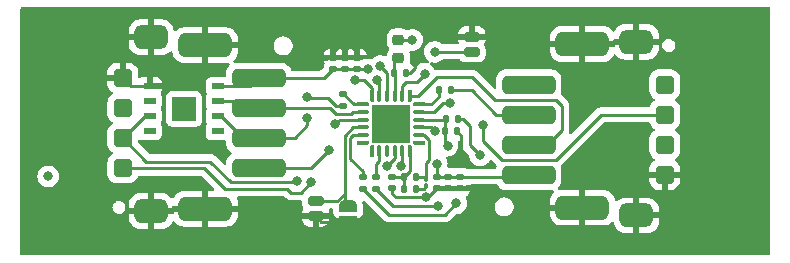
<source format=gbr>
%TF.GenerationSoftware,KiCad,Pcbnew,8.0.6*%
%TF.CreationDate,2024-11-25T21:01:29+01:00*%
%TF.ProjectId,nard_sam,6e617264-5f73-4616-9d2e-6b696361645f,rev?*%
%TF.SameCoordinates,Original*%
%TF.FileFunction,Copper,L1,Top*%
%TF.FilePolarity,Positive*%
%FSLAX46Y46*%
G04 Gerber Fmt 4.6, Leading zero omitted, Abs format (unit mm)*
G04 Created by KiCad (PCBNEW 8.0.6) date 2024-11-25 21:01:29*
%MOMM*%
%LPD*%
G01*
G04 APERTURE LIST*
G04 Aperture macros list*
%AMRoundRect*
0 Rectangle with rounded corners*
0 $1 Rounding radius*
0 $2 $3 $4 $5 $6 $7 $8 $9 X,Y pos of 4 corners*
0 Add a 4 corners polygon primitive as box body*
4,1,4,$2,$3,$4,$5,$6,$7,$8,$9,$2,$3,0*
0 Add four circle primitives for the rounded corners*
1,1,$1+$1,$2,$3*
1,1,$1+$1,$4,$5*
1,1,$1+$1,$6,$7*
1,1,$1+$1,$8,$9*
0 Add four rect primitives between the rounded corners*
20,1,$1+$1,$2,$3,$4,$5,0*
20,1,$1+$1,$4,$5,$6,$7,0*
20,1,$1+$1,$6,$7,$8,$9,0*
20,1,$1+$1,$8,$9,$2,$3,0*%
%AMFreePoly0*
4,1,19,0.379643,0.132453,0.384467,0.128033,0.490533,0.021967,0.512215,-0.024529,0.512500,-0.031066,0.512500,-0.075000,0.494953,-0.123209,0.450524,-0.148861,0.437500,-0.150000,-0.437500,-0.150000,-0.485709,-0.132453,-0.511361,-0.088024,-0.512500,-0.075000,-0.512500,0.075000,-0.494953,0.123209,-0.450524,0.148861,-0.437500,0.150000,0.331434,0.150000,0.379643,0.132453,0.379643,0.132453,
$1*%
%AMFreePoly1*
4,1,19,0.485709,0.132453,0.511361,0.088024,0.512500,0.075000,0.512500,0.031066,0.494953,-0.017143,0.490533,-0.021967,0.384467,-0.128033,0.337971,-0.149715,0.331434,-0.150000,-0.437500,-0.150000,-0.485709,-0.132453,-0.511361,-0.088024,-0.512500,-0.075000,-0.512500,0.075000,-0.494953,0.123209,-0.450524,0.148861,-0.437500,0.150000,0.437500,0.150000,0.485709,0.132453,0.485709,0.132453,
$1*%
%AMFreePoly2*
4,1,19,0.123209,0.494953,0.148861,0.450524,0.150000,0.437500,0.150000,-0.437500,0.132453,-0.485709,0.088024,-0.511361,0.075000,-0.512500,-0.075000,-0.512500,-0.123209,-0.494953,-0.148861,-0.450524,-0.150000,-0.437500,-0.150000,0.331434,-0.132453,0.379643,-0.128033,0.384467,-0.021967,0.490533,0.024529,0.512215,0.031066,0.512500,0.075000,0.512500,0.123209,0.494953,0.123209,0.494953,
$1*%
%AMFreePoly3*
4,1,19,0.017143,0.494953,0.021967,0.490533,0.128033,0.384467,0.149715,0.337971,0.150000,0.331434,0.150000,-0.437500,0.132453,-0.485709,0.088024,-0.511361,0.075000,-0.512500,-0.075000,-0.512500,-0.123209,-0.494953,-0.148861,-0.450524,-0.150000,-0.437500,-0.150000,0.437500,-0.132453,0.485709,-0.088024,0.511361,-0.075000,0.512500,-0.031066,0.512500,0.017143,0.494953,0.017143,0.494953,
$1*%
%AMFreePoly4*
4,1,19,0.485709,0.132453,0.511361,0.088024,0.512500,0.075000,0.512500,-0.075000,0.494953,-0.123209,0.450524,-0.148861,0.437500,-0.150000,-0.331434,-0.150000,-0.379643,-0.132453,-0.384467,-0.128033,-0.490533,-0.021967,-0.512215,0.024529,-0.512500,0.031066,-0.512500,0.075000,-0.494953,0.123209,-0.450524,0.148861,-0.437500,0.150000,0.437500,0.150000,0.485709,0.132453,0.485709,0.132453,
$1*%
%AMFreePoly5*
4,1,19,0.485709,0.132453,0.511361,0.088024,0.512500,0.075000,0.512500,-0.075000,0.494953,-0.123209,0.450524,-0.148861,0.437500,-0.150000,-0.437500,-0.150000,-0.485709,-0.132453,-0.511361,-0.088024,-0.512500,-0.075000,-0.512500,-0.031066,-0.494953,0.017143,-0.490533,0.021967,-0.384467,0.128033,-0.337971,0.149715,-0.331434,0.150000,0.437500,0.150000,0.485709,0.132453,0.485709,0.132453,
$1*%
%AMFreePoly6*
4,1,19,0.123209,0.494953,0.148861,0.450524,0.150000,0.437500,0.150000,-0.331434,0.132453,-0.379643,0.128033,-0.384467,0.021967,-0.490533,-0.024529,-0.512215,-0.031066,-0.512500,-0.075000,-0.512500,-0.123209,-0.494953,-0.148861,-0.450524,-0.150000,-0.437500,-0.150000,0.437500,-0.132453,0.485709,-0.088024,0.511361,-0.075000,0.512500,0.075000,0.512500,0.123209,0.494953,0.123209,0.494953,
$1*%
%AMFreePoly7*
4,1,19,0.123209,0.494953,0.148861,0.450524,0.150000,0.437500,0.150000,-0.437500,0.132453,-0.485709,0.088024,-0.511361,0.075000,-0.512500,0.031066,-0.512500,-0.017143,-0.494953,-0.021967,-0.490533,-0.128033,-0.384467,-0.149715,-0.337971,-0.150000,-0.331434,-0.150000,0.437500,-0.132453,0.485709,-0.088024,0.511361,-0.075000,0.512500,0.075000,0.512500,0.123209,0.494953,0.123209,0.494953,
$1*%
%AMFreePoly8*
4,1,19,0.500000,-0.750000,0.000000,-0.750000,0.000000,-0.744911,-0.071157,-0.744911,-0.207708,-0.704816,-0.327430,-0.627875,-0.420627,-0.520320,-0.479746,-0.390866,-0.500000,-0.250000,-0.500000,0.250000,-0.479746,0.390866,-0.420627,0.520320,-0.327430,0.627875,-0.207708,0.704816,-0.071157,0.744911,0.000000,0.744911,0.000000,0.750000,0.500000,0.750000,0.500000,-0.750000,0.500000,-0.750000,
$1*%
%AMFreePoly9*
4,1,19,0.000000,0.744911,0.071157,0.744911,0.207708,0.704816,0.327430,0.627875,0.420627,0.520320,0.479746,0.390866,0.500000,0.250000,0.500000,-0.250000,0.479746,-0.390866,0.420627,-0.520320,0.327430,-0.627875,0.207708,-0.704816,0.071157,-0.744911,0.000000,-0.744911,0.000000,-0.750000,-0.500000,-0.750000,-0.500000,0.750000,0.000000,0.750000,0.000000,0.744911,0.000000,0.744911,
$1*%
G04 Aperture macros list end*
%TA.AperFunction,SMDPad,CuDef*%
%ADD10RoundRect,0.140000X-0.140000X-0.170000X0.140000X-0.170000X0.140000X0.170000X-0.140000X0.170000X0*%
%TD*%
%TA.AperFunction,SMDPad,CuDef*%
%ADD11RoundRect,0.140000X0.170000X-0.140000X0.170000X0.140000X-0.170000X0.140000X-0.170000X-0.140000X0*%
%TD*%
%TA.AperFunction,SMDPad,CuDef*%
%ADD12FreePoly0,270.000000*%
%TD*%
%TA.AperFunction,SMDPad,CuDef*%
%ADD13RoundRect,0.075000X-0.075000X0.437500X-0.075000X-0.437500X0.075000X-0.437500X0.075000X0.437500X0*%
%TD*%
%TA.AperFunction,SMDPad,CuDef*%
%ADD14FreePoly1,270.000000*%
%TD*%
%TA.AperFunction,SMDPad,CuDef*%
%ADD15FreePoly2,270.000000*%
%TD*%
%TA.AperFunction,SMDPad,CuDef*%
%ADD16RoundRect,0.075000X-0.437500X0.075000X-0.437500X-0.075000X0.437500X-0.075000X0.437500X0.075000X0*%
%TD*%
%TA.AperFunction,SMDPad,CuDef*%
%ADD17FreePoly3,270.000000*%
%TD*%
%TA.AperFunction,SMDPad,CuDef*%
%ADD18FreePoly4,270.000000*%
%TD*%
%TA.AperFunction,SMDPad,CuDef*%
%ADD19FreePoly5,270.000000*%
%TD*%
%TA.AperFunction,SMDPad,CuDef*%
%ADD20FreePoly6,270.000000*%
%TD*%
%TA.AperFunction,SMDPad,CuDef*%
%ADD21FreePoly7,270.000000*%
%TD*%
%TA.AperFunction,HeatsinkPad*%
%ADD22R,3.200000X3.200000*%
%TD*%
%TA.AperFunction,SMDPad,CuDef*%
%ADD23RoundRect,0.100000X-0.100000X0.130000X-0.100000X-0.130000X0.100000X-0.130000X0.100000X0.130000X0*%
%TD*%
%TA.AperFunction,SMDPad,CuDef*%
%ADD24RoundRect,0.218750X-0.256250X0.218750X-0.256250X-0.218750X0.256250X-0.218750X0.256250X0.218750X0*%
%TD*%
%TA.AperFunction,SMDPad,CuDef*%
%ADD25RoundRect,0.140000X-0.170000X0.140000X-0.170000X-0.140000X0.170000X-0.140000X0.170000X0.140000X0*%
%TD*%
%TA.AperFunction,SMDPad,CuDef*%
%ADD26RoundRect,0.400000X-1.850000X-0.400000X1.850000X-0.400000X1.850000X0.400000X-1.850000X0.400000X0*%
%TD*%
%TA.AperFunction,SMDPad,CuDef*%
%ADD27RoundRect,0.400000X-0.400000X-0.400000X0.400000X-0.400000X0.400000X0.400000X-0.400000X0.400000X0*%
%TD*%
%TA.AperFunction,SMDPad,CuDef*%
%ADD28RoundRect,0.200000X-0.450000X-0.200000X0.450000X-0.200000X0.450000X0.200000X-0.450000X0.200000X0*%
%TD*%
%TA.AperFunction,SMDPad,CuDef*%
%ADD29RoundRect,0.500000X-0.900000X-0.500000X0.900000X-0.500000X0.900000X0.500000X-0.900000X0.500000X0*%
%TD*%
%TA.AperFunction,SMDPad,CuDef*%
%ADD30RoundRect,0.500000X-1.750000X-0.500000X1.750000X-0.500000X1.750000X0.500000X-1.750000X0.500000X0*%
%TD*%
%TA.AperFunction,SMDPad,CuDef*%
%ADD31RoundRect,0.135000X0.185000X-0.135000X0.185000X0.135000X-0.185000X0.135000X-0.185000X-0.135000X0*%
%TD*%
%TA.AperFunction,SMDPad,CuDef*%
%ADD32RoundRect,0.135000X0.135000X0.185000X-0.135000X0.185000X-0.135000X-0.185000X0.135000X-0.185000X0*%
%TD*%
%TA.AperFunction,SMDPad,CuDef*%
%ADD33RoundRect,0.400000X1.850000X0.400000X-1.850000X0.400000X-1.850000X-0.400000X1.850000X-0.400000X0*%
%TD*%
%TA.AperFunction,SMDPad,CuDef*%
%ADD34RoundRect,0.400000X0.400000X0.400000X-0.400000X0.400000X-0.400000X-0.400000X0.400000X-0.400000X0*%
%TD*%
%TA.AperFunction,SMDPad,CuDef*%
%ADD35RoundRect,0.200000X0.450000X0.200000X-0.450000X0.200000X-0.450000X-0.200000X0.450000X-0.200000X0*%
%TD*%
%TA.AperFunction,SMDPad,CuDef*%
%ADD36RoundRect,0.500000X0.900000X0.500000X-0.900000X0.500000X-0.900000X-0.500000X0.900000X-0.500000X0*%
%TD*%
%TA.AperFunction,SMDPad,CuDef*%
%ADD37RoundRect,0.500000X1.750000X0.500000X-1.750000X0.500000X-1.750000X-0.500000X1.750000X-0.500000X0*%
%TD*%
%TA.AperFunction,SMDPad,CuDef*%
%ADD38R,1.100000X0.500000*%
%TD*%
%TA.AperFunction,SMDPad,CuDef*%
%ADD39R,2.000000X2.000000*%
%TD*%
%TA.AperFunction,SMDPad,CuDef*%
%ADD40RoundRect,0.135000X-0.185000X0.135000X-0.185000X-0.135000X0.185000X-0.135000X0.185000X0.135000X0*%
%TD*%
%TA.AperFunction,SMDPad,CuDef*%
%ADD41RoundRect,0.135000X-0.135000X-0.185000X0.135000X-0.185000X0.135000X0.185000X-0.135000X0.185000X0*%
%TD*%
%TA.AperFunction,SMDPad,CuDef*%
%ADD42FreePoly8,90.000000*%
%TD*%
%TA.AperFunction,SMDPad,CuDef*%
%ADD43FreePoly9,90.000000*%
%TD*%
%TA.AperFunction,ViaPad*%
%ADD44C,0.800000*%
%TD*%
%TA.AperFunction,Conductor*%
%ADD45C,0.250000*%
%TD*%
G04 APERTURE END LIST*
D10*
%TO.P,C1,1*%
%TO.N,/VDD5*%
X103406000Y-65565000D03*
%TO.P,C1,2*%
%TO.N,GND*%
X104366000Y-65565000D03*
%TD*%
D11*
%TO.P,C4,1*%
%TO.N,/SC1_VCC*%
X99250000Y-65227000D03*
%TO.P,C4,2*%
%TO.N,GND*%
X99250000Y-64267000D03*
%TD*%
D12*
%TO.P,U1,1,SC2_RST_N*%
%TO.N,/SC2_RST*%
X104749000Y-67484500D03*
D13*
%TO.P,U1,2,SC2_VCC*%
%TO.N,/SC2_VCC*%
X104099000Y-67484500D03*
%TO.P,U1,3,VDD5*%
%TO.N,/VDD5*%
X103449000Y-67484500D03*
%TO.P,U1,4,SC1_C8*%
%TO.N,/SC1_C8*%
X102799000Y-67484500D03*
%TO.P,U1,5,SC1_C4*%
%TO.N,/SC1_C4*%
X102149000Y-67484500D03*
D14*
%TO.P,U1,6,SC1_IO*%
%TO.N,/SC1_IO*%
X101499000Y-67484500D03*
D15*
%TO.P,U1,7,SC1_CLK*%
%TO.N,Net-(U1-SC1_CLK)*%
X100761500Y-68222000D03*
D16*
%TO.P,U1,8,SC1_RST_N*%
%TO.N,/SC1_RST*%
X100761500Y-68872000D03*
%TO.P,U1,9,SC1_VCC*%
%TO.N,/SC1_VCC*%
X100761500Y-69522000D03*
%TO.P,U1,10,SC1_PRSNT_N/JTAG_TMS*%
%TO.N,/SC1_PRSNT*%
X100761500Y-70172000D03*
%TO.P,U1,11,SPI1_MISO/RXD*%
%TO.N,/SEC_RXD*%
X100761500Y-70822000D03*
D17*
%TO.P,U1,12,SPI1_CLK/CTS_IN*%
%TO.N,/SEC_CTS*%
X100761500Y-71472000D03*
D18*
%TO.P,U1,13,SPI1_CE/RTS_OUT*%
%TO.N,/SEC_RTS*%
X101499000Y-72209500D03*
D13*
%TO.P,U1,14,SPI1_MOSI/TXD*%
%TO.N,/SEC_TXD*%
X102149000Y-72209500D03*
%TO.P,U1,15,test*%
%TO.N,unconnected-(U1-test-Pad15)*%
X102799000Y-72209500D03*
%TO.P,U1,16,USBUP_DM*%
%TO.N,/USB_DM*%
X103449000Y-72209500D03*
%TO.P,U1,17,USBUP_DP*%
%TO.N,/USB_DP*%
X104099000Y-72209500D03*
D19*
%TO.P,U1,18,VDD33*%
%TO.N,+3.3VA*%
X104749000Y-72209500D03*
D20*
%TO.P,U1,19,JTAG_CLK*%
%TO.N,unconnected-(U1-JTAG_CLK-Pad19)*%
X105486500Y-71472000D03*
D16*
%TO.P,U1,20,SC_LED_ACT_N/JTAG_TDO*%
%TO.N,/LED_ACT*%
X105486500Y-70822000D03*
%TO.P,U1,21,SC2_PRSNT_N/JTAG_TDI*%
%TO.N,/SC2_PRsNT*%
X105486500Y-70172000D03*
%TO.P,U1,22,~{RESET}*%
%TO.N,/~{RESET}*%
X105486500Y-69522000D03*
%TO.P,U1,23,SC2_IO*%
%TO.N,/SC2_IO*%
X105486500Y-68872000D03*
D21*
%TO.P,U1,24,SC2_CLK*%
%TO.N,Net-(U1-SC2_CLK)*%
X105486500Y-68222000D03*
D22*
%TO.P,U1,25,VSS(flag)*%
%TO.N,GND*%
X103124000Y-69847000D03*
%TD*%
D23*
%TO.P,D1,1,K*%
%TO.N,/LED_ACT*%
X106121200Y-74531000D03*
%TO.P,D1,2,A*%
%TO.N,Net-(D1-A)*%
X106121200Y-75171000D03*
%TD*%
D24*
%TO.P,L1,1,1*%
%TO.N,+5V*%
X103759000Y-62745500D03*
%TO.P,L1,2,2*%
%TO.N,/VDD5*%
X103759000Y-64320500D03*
%TD*%
D25*
%TO.P,C8,1*%
%TO.N,/SC2_VCC*%
X107000000Y-74371000D03*
%TO.P,C8,2*%
%TO.N,GND*%
X107000000Y-75331000D03*
%TD*%
D10*
%TO.P,C2,1*%
%TO.N,/~{RESET}*%
X107749400Y-70497000D03*
%TO.P,C2,2*%
%TO.N,GND*%
X108709400Y-70497000D03*
%TD*%
D26*
%TO.P,J1,1,VCC*%
%TO.N,/SC1_VCC*%
X91928000Y-65993000D03*
%TO.P,J1,2,RST*%
%TO.N,/SC1_RST*%
X91928000Y-68533000D03*
%TO.P,J1,3,CLK*%
%TO.N,/SC1_CLK*%
X91928000Y-71073000D03*
%TO.P,J1,4,C4*%
%TO.N,/SC1_C4*%
X91928000Y-73613000D03*
D27*
%TO.P,J1,5,GND*%
%TO.N,GND*%
X80425000Y-65997000D03*
%TO.P,J1,6,VPP*%
%TO.N,unconnected-(J1-VPP-Pad6)*%
X80425000Y-68537000D03*
%TO.P,J1,7,I/O*%
%TO.N,/SC1_IO*%
X80425000Y-71077000D03*
%TO.P,J1,8,C8*%
%TO.N,/SC1_C8*%
X80425000Y-73617000D03*
D28*
%TO.P,J1,CSW,detect*%
%TO.N,/SC1_PRSNT*%
X96754000Y-76407000D03*
%TO.P,J1,DSW,detect*%
%TO.N,GND*%
X96754000Y-77677000D03*
D29*
%TO.P,J1,sh,shield*%
X82825000Y-62547000D03*
X82825000Y-77247000D03*
D30*
X87404000Y-63217000D03*
X87404000Y-77067000D03*
%TD*%
D25*
%TO.P,C3,1*%
%TO.N,+3.3VA*%
X103250000Y-74371000D03*
%TO.P,C3,2*%
%TO.N,GND*%
X103250000Y-75331000D03*
%TD*%
D31*
%TO.P,R2,1*%
%TO.N,/PC0*%
X101850000Y-75361000D03*
%TO.P,R2,2*%
%TO.N,/SEC_TXD*%
X101850000Y-74341000D03*
%TD*%
D11*
%TO.P,C6,1*%
%TO.N,/SC1_VCC*%
X98250000Y-65227000D03*
%TO.P,C6,2*%
%TO.N,GND*%
X98250000Y-64267000D03*
%TD*%
D32*
%TO.P,R6,1*%
%TO.N,/LED_ACT*%
X105260000Y-74351000D03*
%TO.P,R6,2*%
%TO.N,+3.3VA*%
X104240000Y-74351000D03*
%TD*%
D33*
%TO.P,J2,1,VCC*%
%TO.N,/SC2_VCC*%
X114808000Y-74186000D03*
%TO.P,J2,2,RST*%
%TO.N,/SC2_RST*%
X114808000Y-71646000D03*
%TO.P,J2,3,CLK*%
%TO.N,/SC2_CLK*%
X114808000Y-69106000D03*
%TO.P,J2,4,C4*%
%TO.N,unconnected-(J2-C4-Pad4)*%
X114808000Y-66566000D03*
D34*
%TO.P,J2,5,GND*%
%TO.N,GND*%
X126311000Y-74182000D03*
%TO.P,J2,6,VPP*%
%TO.N,unconnected-(J2-VPP-Pad6)*%
X126311000Y-71642000D03*
%TO.P,J2,7,I/O*%
%TO.N,/SC2_IO*%
X126311000Y-69102000D03*
%TO.P,J2,8,C8*%
%TO.N,unconnected-(J2-C8-Pad8)*%
X126311000Y-66562000D03*
D35*
%TO.P,J2,CSW,detect*%
%TO.N,/SC2_PRsNT*%
X109982000Y-63772000D03*
%TO.P,J2,DSW,detect*%
%TO.N,GND*%
X109982000Y-62502000D03*
D36*
%TO.P,J2,sh,shield*%
X123911000Y-77632000D03*
X123911000Y-62932000D03*
D37*
X119332000Y-76962000D03*
X119332000Y-63112000D03*
%TD*%
D38*
%TO.P,U3,1,GND*%
%TO.N,GND*%
X82700000Y-66690000D03*
%TO.P,U3,2,SWIO*%
%TO.N,unconnected-(U3-SWIO-Pad2)*%
X82700000Y-67960000D03*
%TO.P,U3,3,I/O*%
%TO.N,/SC1_IO*%
X82700000Y-69230000D03*
%TO.P,U3,4,NC*%
%TO.N,unconnected-(U3-NC-Pad4)*%
X82700000Y-70500000D03*
%TO.P,U3,5,NC*%
%TO.N,unconnected-(U3-NC-Pad5)*%
X88500000Y-70500000D03*
%TO.P,U3,6,CLK*%
%TO.N,/SC1_CLK*%
X88500000Y-69230000D03*
%TO.P,U3,7,RST*%
%TO.N,/SC1_RST*%
X88500000Y-67960000D03*
%TO.P,U3,8,VCC*%
%TO.N,/SC1_VCC*%
X88500000Y-66690000D03*
D39*
%TO.P,U3,9,NC*%
%TO.N,unconnected-(U3-NC-Pad9)*%
X85600000Y-68595000D03*
%TD*%
D32*
%TO.P,R7,1*%
%TO.N,Net-(D1-A)*%
X105260000Y-75351000D03*
%TO.P,R7,2*%
%TO.N,+3.3VA*%
X104240000Y-75351000D03*
%TD*%
D11*
%TO.P,C9,1*%
%TO.N,/SC1_VCC*%
X100250000Y-65227000D03*
%TO.P,C9,2*%
%TO.N,GND*%
X100250000Y-64267000D03*
%TD*%
D25*
%TO.P,C5,1*%
%TO.N,/SC2_VCC*%
X108000000Y-74371000D03*
%TO.P,C5,2*%
%TO.N,GND*%
X108000000Y-75331000D03*
%TD*%
%TO.P,C7,1*%
%TO.N,/SC2_VCC*%
X109000000Y-74371000D03*
%TO.P,C7,2*%
%TO.N,GND*%
X109000000Y-75331000D03*
%TD*%
D40*
%TO.P,R4,1*%
%TO.N,Net-(U1-SC1_CLK)*%
X99060000Y-67308000D03*
%TO.P,R4,2*%
%TO.N,/SC1_CLK*%
X99060000Y-68328000D03*
%TD*%
D32*
%TO.P,R3,1*%
%TO.N,+5V*%
X108770000Y-69497000D03*
%TO.P,R3,2*%
%TO.N,/~{RESET}*%
X107750000Y-69497000D03*
%TD*%
D41*
%TO.P,R5,1*%
%TO.N,Net-(U1-SC2_CLK)*%
X107165000Y-67050000D03*
%TO.P,R5,2*%
%TO.N,/SC2_CLK*%
X108185000Y-67050000D03*
%TD*%
D31*
%TO.P,R1,1*%
%TO.N,/PC1*%
X100750000Y-75361000D03*
%TO.P,R1,2*%
%TO.N,/SEC_RXD*%
X100750000Y-74341000D03*
%TD*%
D42*
%TO.P,JP1,1,A*%
%TO.N,GND*%
X99500000Y-78150000D03*
D43*
%TO.P,JP1,2,B*%
%TO.N,/SC1_PRSNT*%
X99500000Y-76850000D03*
%TD*%
D44*
%TO.N,+5V*%
X74110000Y-74327600D03*
X110675000Y-72550000D03*
X104952800Y-62763400D03*
%TO.N,GND*%
X132525000Y-65200000D03*
X101800000Y-63750000D03*
X103900000Y-69011800D03*
X84350000Y-74900000D03*
X130050000Y-74000000D03*
X91050000Y-77050000D03*
X78625000Y-75275000D03*
X129300000Y-63800000D03*
X91000000Y-63200000D03*
X126625000Y-77400000D03*
X107000000Y-62000000D03*
X115475000Y-77325000D03*
X103925000Y-70625000D03*
X115575000Y-63075000D03*
X99263200Y-63373000D03*
X106100000Y-76100000D03*
X112350000Y-62875000D03*
X74075000Y-65150000D03*
X105181400Y-64490600D03*
X102300000Y-69025000D03*
X73975000Y-78350000D03*
X120050000Y-73325000D03*
X84375000Y-64950000D03*
X79950000Y-62575000D03*
X109100000Y-72775000D03*
X78025000Y-65350000D03*
X123750000Y-65125000D03*
X102300000Y-70625000D03*
X119625000Y-65375000D03*
%TO.N,/PC0*%
X107075000Y-76850000D03*
%TO.N,/PC1*%
X108650000Y-76600000D03*
%TO.N,/USB_DM*%
X102768400Y-73456800D03*
%TO.N,/USB_DP*%
X103987600Y-73406000D03*
%TO.N,/~{RESET}*%
X107924600Y-71729600D03*
%TO.N,/SC1_VCC*%
X101168200Y-65252600D03*
X98425000Y-69900000D03*
%TO.N,/SC2_VCC*%
X105994200Y-65630800D03*
X107010200Y-73250800D03*
%TO.N,/SC1_CLK*%
X96050000Y-67625000D03*
X96050000Y-69375000D03*
%TO.N,/SC1_C4*%
X97850000Y-72100000D03*
X101912250Y-66187250D03*
%TO.N,/SC1_IO*%
X100100000Y-66200000D03*
X95200000Y-74750000D03*
%TO.N,/SC1_C8*%
X102225000Y-64975000D03*
X96375000Y-74775000D03*
%TO.N,/SC2_IO*%
X108150000Y-68125000D03*
X110950000Y-69975000D03*
%TO.N,/SC2_PRsNT*%
X106857800Y-70507600D03*
X106850000Y-63775000D03*
%TD*%
D45*
%TO.N,Net-(D1-A)*%
X105941200Y-75351000D02*
X106121200Y-75171000D01*
X105260000Y-75351000D02*
X105941200Y-75351000D01*
%TO.N,+5V*%
X108770000Y-69497000D02*
X109247000Y-69497000D01*
X109800000Y-71675000D02*
X110675000Y-72550000D01*
X109800000Y-70050000D02*
X109800000Y-71675000D01*
X104934900Y-62745500D02*
X104952800Y-62763400D01*
X103759000Y-62745500D02*
X104934900Y-62745500D01*
X109247000Y-69497000D02*
X109800000Y-70050000D01*
%TO.N,GND*%
X106100000Y-76100000D02*
X106231000Y-76100000D01*
X104366000Y-65565000D02*
X104767400Y-65565000D01*
X89353400Y-77063600D02*
X89350000Y-77067000D01*
X99500000Y-78150000D02*
X97227000Y-78150000D01*
X105181400Y-65151000D02*
X105181400Y-64490600D01*
X103250000Y-75331000D02*
X103250000Y-75800000D01*
X97227000Y-78150000D02*
X96754000Y-77677000D01*
X81118000Y-66690000D02*
X80425000Y-65997000D01*
X103550000Y-76100000D02*
X106100000Y-76100000D01*
X107000000Y-75331000D02*
X108000000Y-75331000D01*
X82700000Y-66690000D02*
X81118000Y-66690000D01*
X103250000Y-75800000D02*
X103550000Y-76100000D01*
X99250000Y-64267000D02*
X99250000Y-63386200D01*
X98250000Y-63751200D02*
X98628200Y-63373000D01*
X106231000Y-76100000D02*
X107000000Y-75331000D01*
X109100000Y-70887600D02*
X109100000Y-72775000D01*
X104767400Y-65565000D02*
X105181400Y-65151000D01*
X89321200Y-77038200D02*
X89350000Y-77067000D01*
X99847400Y-63373000D02*
X99263200Y-63373000D01*
X108709400Y-70497000D02*
X109100000Y-70887600D01*
X100250000Y-63775600D02*
X99847400Y-63373000D01*
X98250000Y-64267000D02*
X98250000Y-63751200D01*
X108000000Y-75331000D02*
X109000000Y-75331000D01*
X98628200Y-63373000D02*
X99263200Y-63373000D01*
X99250000Y-63386200D02*
X99263200Y-63373000D01*
X100250000Y-64267000D02*
X100250000Y-63775600D01*
%TO.N,/PC0*%
X103339000Y-76850000D02*
X101850000Y-75361000D01*
X107075000Y-76850000D02*
X103339000Y-76850000D01*
%TO.N,/PC1*%
X108650000Y-76600000D02*
X107675000Y-77575000D01*
X107675000Y-77575000D02*
X102964000Y-77575000D01*
X102964000Y-77575000D02*
X100750000Y-75361000D01*
%TO.N,Net-(U1-SC1_CLK)*%
X100761500Y-68222000D02*
X99974000Y-68222000D01*
X99974000Y-68222000D02*
X99060000Y-67308000D01*
%TO.N,+3.3VA*%
X104749000Y-72209500D02*
X104749000Y-73842000D01*
X104240000Y-75351000D02*
X104240000Y-74351000D01*
X103250000Y-74371000D02*
X104220000Y-74371000D01*
X104220000Y-74371000D02*
X104240000Y-74351000D01*
X104749000Y-73842000D02*
X104240000Y-74351000D01*
%TO.N,Net-(U1-SC2_CLK)*%
X106547000Y-68222000D02*
X106550000Y-68225000D01*
X105486500Y-68222000D02*
X106547000Y-68222000D01*
X107165000Y-67610000D02*
X107165000Y-67050000D01*
X106550000Y-68225000D02*
X107165000Y-67610000D01*
%TO.N,/USB_DM*%
X103449000Y-72209500D02*
X103449000Y-72776200D01*
X103449000Y-72776200D02*
X102768400Y-73456800D01*
%TO.N,/USB_DP*%
X104099000Y-72209500D02*
X104099000Y-73294600D01*
X104099000Y-73294600D02*
X103987600Y-73406000D01*
%TO.N,/SEC_RXD*%
X100750000Y-74341000D02*
X100750000Y-73902200D01*
X100750000Y-73902200D02*
X99695000Y-72847200D01*
X99695000Y-72847200D02*
X99695000Y-71069200D01*
X99942200Y-70822000D02*
X100761500Y-70822000D01*
X99695000Y-71069200D02*
X99942200Y-70822000D01*
%TO.N,/SEC_TXD*%
X101850000Y-73308400D02*
X101850000Y-74341000D01*
X102149000Y-73009400D02*
X101850000Y-73308400D01*
X102149000Y-72209500D02*
X102149000Y-73009400D01*
%TO.N,/VDD5*%
X103406000Y-64673500D02*
X103759000Y-64320500D01*
X103406000Y-65565000D02*
X103406000Y-64673500D01*
X103449000Y-67484500D02*
X103449000Y-65608000D01*
X103449000Y-65608000D02*
X103406000Y-65565000D01*
%TO.N,/~{RESET}*%
X107749400Y-70497000D02*
X107749400Y-71554400D01*
X105486500Y-69522000D02*
X107725000Y-69522000D01*
X107749400Y-70497000D02*
X107749400Y-69497600D01*
X107749400Y-71554400D02*
X107924600Y-71729600D01*
X107725000Y-69522000D02*
X107750000Y-69497000D01*
X107749400Y-69497600D02*
X107750000Y-69497000D01*
%TO.N,/SC1_VCC*%
X88500000Y-66690000D02*
X91231000Y-66690000D01*
X101168200Y-65252600D02*
X100275600Y-65252600D01*
X99250000Y-65227000D02*
X98250000Y-65227000D01*
X98198000Y-65227000D02*
X98250000Y-65227000D01*
X97432000Y-65993000D02*
X98198000Y-65227000D01*
X91231000Y-66690000D02*
X91928000Y-65993000D01*
X98803000Y-69522000D02*
X98425000Y-69900000D01*
X100761500Y-69522000D02*
X98803000Y-69522000D01*
X91928000Y-65993000D02*
X97432000Y-65993000D01*
X100250000Y-65227000D02*
X99250000Y-65227000D01*
X100275600Y-65252600D02*
X100250000Y-65227000D01*
%TO.N,/SC2_VCC*%
X104099000Y-67484500D02*
X104099000Y-66637000D01*
X114623000Y-74371000D02*
X114808000Y-74186000D01*
X107000000Y-74371000D02*
X108000000Y-74371000D01*
X108000000Y-74371000D02*
X109000000Y-74371000D01*
X107010200Y-73250800D02*
X107010200Y-74360800D01*
X105308400Y-66316600D02*
X105994200Y-65630800D01*
X104419400Y-66316600D02*
X105054400Y-66316600D01*
X105054400Y-66316600D02*
X105308400Y-66316600D01*
X109000000Y-74371000D02*
X114623000Y-74371000D01*
X104099000Y-66637000D02*
X104267000Y-66469000D01*
X107010200Y-74360800D02*
X107000000Y-74371000D01*
X104267000Y-66469000D02*
X104419400Y-66316600D01*
%TO.N,/LED_ACT*%
X106375200Y-71282515D02*
X106375200Y-72898000D01*
X106375200Y-72898000D02*
X106121200Y-73152000D01*
X105260000Y-74351000D02*
X105941200Y-74351000D01*
X105914685Y-70822000D02*
X106375200Y-71282515D01*
X106121200Y-73152000D02*
X106121200Y-74531000D01*
X105941200Y-74351000D02*
X106121200Y-74531000D01*
X105486500Y-70822000D02*
X105914685Y-70822000D01*
%TO.N,/SC1_RST*%
X91355000Y-67960000D02*
X91928000Y-68533000D01*
X97958000Y-68533000D02*
X91928000Y-68533000D01*
X98450000Y-69025000D02*
X97958000Y-68533000D01*
X99928000Y-68872000D02*
X99775000Y-69025000D01*
X88500000Y-67960000D02*
X91355000Y-67960000D01*
X99775000Y-69025000D02*
X98450000Y-69025000D01*
X100761500Y-68872000D02*
X99928000Y-68872000D01*
%TO.N,/SC1_CLK*%
X96050000Y-70000000D02*
X96050000Y-69375000D01*
X91928000Y-71073000D02*
X94977000Y-71073000D01*
X94977000Y-71073000D02*
X96050000Y-70000000D01*
X88500000Y-69230000D02*
X88730000Y-69230000D01*
X88730000Y-69230000D02*
X90573000Y-71073000D01*
X90573000Y-71073000D02*
X91928000Y-71073000D01*
X96075000Y-67650000D02*
X96050000Y-67625000D01*
X99060000Y-68328000D02*
X98503000Y-68328000D01*
X97825000Y-67650000D02*
X96075000Y-67650000D01*
X98503000Y-68328000D02*
X97825000Y-67650000D01*
%TO.N,/SC1_C4*%
X102149000Y-67484500D02*
X102149000Y-66424000D01*
X102149000Y-67324000D02*
X102125000Y-67300000D01*
X102149000Y-67484500D02*
X102149000Y-67324000D01*
X91928000Y-73613000D02*
X96337000Y-73613000D01*
X96337000Y-73613000D02*
X97850000Y-72100000D01*
X102149000Y-66424000D02*
X101912250Y-66187250D01*
%TO.N,/SC1_IO*%
X82700000Y-69230000D02*
X82272000Y-69230000D01*
X80425000Y-71077000D02*
X82423000Y-73075000D01*
X89550000Y-74800000D02*
X95150000Y-74800000D01*
X87825000Y-73075000D02*
X89550000Y-74800000D01*
X95150000Y-74800000D02*
X95200000Y-74750000D01*
X82423000Y-73075000D02*
X87825000Y-73075000D01*
X100100000Y-66200000D02*
X100850000Y-66200000D01*
X82272000Y-69230000D02*
X80425000Y-71077000D01*
X100850000Y-66200000D02*
X101499000Y-66849000D01*
X101499000Y-66849000D02*
X101499000Y-67484500D01*
%TO.N,/SC1_C8*%
X94325000Y-75350000D02*
X94675000Y-75700000D01*
X95500000Y-75700000D02*
X96375000Y-74825000D01*
X89050000Y-75350000D02*
X94325000Y-75350000D01*
X80433000Y-73625000D02*
X87325000Y-73625000D01*
X87325000Y-73625000D02*
X89050000Y-75350000D01*
X102225000Y-64975000D02*
X102799000Y-65549000D01*
X96375000Y-74825000D02*
X96375000Y-74775000D01*
X102799000Y-65549000D02*
X102799000Y-67484500D01*
X80425000Y-73617000D02*
X80433000Y-73625000D01*
X94675000Y-75700000D02*
X95500000Y-75700000D01*
%TO.N,/SC1_PRSNT*%
X99200000Y-75775000D02*
X98568000Y-76407000D01*
X99200000Y-75775000D02*
X99200000Y-76550000D01*
X99955804Y-70172000D02*
X99200000Y-70927804D01*
X100761500Y-70172000D02*
X99955804Y-70172000D01*
X98568000Y-76407000D02*
X96754000Y-76407000D01*
X99200000Y-76550000D02*
X99500000Y-76850000D01*
X99200000Y-70927804D02*
X99200000Y-75775000D01*
%TO.N,/SC2_RST*%
X110000000Y-65925000D02*
X111900000Y-67825000D01*
X104749000Y-67484500D02*
X105440500Y-67484500D01*
X107000000Y-65925000D02*
X110000000Y-65925000D01*
X105440500Y-67484500D02*
X107000000Y-65925000D01*
X117600000Y-70375000D02*
X116329000Y-71646000D01*
X111900000Y-67825000D02*
X117100000Y-67825000D01*
X117600000Y-68325000D02*
X117600000Y-70375000D01*
X117100000Y-67825000D02*
X117600000Y-68325000D01*
X116329000Y-71646000D02*
X114808000Y-71646000D01*
%TO.N,/SC2_CLK*%
X109975000Y-67050000D02*
X108185000Y-67050000D01*
X112031000Y-69106000D02*
X109975000Y-67050000D01*
X114808000Y-69106000D02*
X112031000Y-69106000D01*
%TO.N,/SC2_IO*%
X107525000Y-68125000D02*
X108150000Y-68125000D01*
X117100000Y-72925000D02*
X120923000Y-69102000D01*
X105486500Y-68872000D02*
X106778000Y-68872000D01*
X120923000Y-69102000D02*
X126311000Y-69102000D01*
X112525000Y-72925000D02*
X117100000Y-72925000D01*
X110950000Y-69975000D02*
X110950000Y-71350000D01*
X110950000Y-71350000D02*
X112525000Y-72925000D01*
X106778000Y-68872000D02*
X107525000Y-68125000D01*
%TO.N,/SC2_PRsNT*%
X106522200Y-70172000D02*
X106857800Y-70507600D01*
X105486500Y-70172000D02*
X106522200Y-70172000D01*
X106850000Y-63775000D02*
X106853000Y-63772000D01*
X106853000Y-63772000D02*
X109982000Y-63772000D01*
%TD*%
%TA.AperFunction,Conductor*%
%TO.N,GND*%
G36*
X109076342Y-71296688D02*
G01*
X109135959Y-71335242D01*
X109165268Y-71399906D01*
X109166500Y-71417483D01*
X109166500Y-71612606D01*
X109166500Y-71737394D01*
X109190845Y-71859785D01*
X109238600Y-71975075D01*
X109307929Y-72078833D01*
X109307931Y-72078835D01*
X109727877Y-72498781D01*
X109761903Y-72561093D01*
X109764092Y-72574705D01*
X109781457Y-72739927D01*
X109798270Y-72791670D01*
X109840473Y-72921556D01*
X109856715Y-72949688D01*
X109935958Y-73086941D01*
X109935965Y-73086951D01*
X110063744Y-73228864D01*
X110063747Y-73228866D01*
X110218248Y-73341118D01*
X110392712Y-73418794D01*
X110579513Y-73458500D01*
X110770487Y-73458500D01*
X110957288Y-73418794D01*
X111131752Y-73341118D01*
X111286253Y-73228866D01*
X111311185Y-73201176D01*
X111414034Y-73086951D01*
X111414035Y-73086949D01*
X111414040Y-73086944D01*
X111469929Y-72990140D01*
X111521310Y-72941149D01*
X111591024Y-72927712D01*
X111656935Y-72954099D01*
X111668142Y-72964047D01*
X112065893Y-73361798D01*
X112099919Y-73424110D01*
X112098505Y-73483504D01*
X112055471Y-73644111D01*
X112018519Y-73704734D01*
X111954659Y-73735755D01*
X111933764Y-73737500D01*
X109643404Y-73737500D01*
X109577658Y-73718195D01*
X109577451Y-73718547D01*
X109576066Y-73717727D01*
X109575283Y-73717498D01*
X109573265Y-73716071D01*
X109429599Y-73631107D01*
X109429598Y-73631106D01*
X109429597Y-73631106D01*
X109350925Y-73608250D01*
X109272252Y-73585393D01*
X109235493Y-73582500D01*
X109235484Y-73582500D01*
X108764516Y-73582500D01*
X108764507Y-73582500D01*
X108727748Y-73585393D01*
X108727747Y-73585393D01*
X108570399Y-73631107D01*
X108564135Y-73634812D01*
X108495318Y-73652269D01*
X108435865Y-73634812D01*
X108429600Y-73631107D01*
X108272252Y-73585393D01*
X108235493Y-73582500D01*
X108235484Y-73582500D01*
X108028779Y-73582500D01*
X107960658Y-73562498D01*
X107914165Y-73508842D01*
X107903469Y-73443330D01*
X107917639Y-73308501D01*
X107923704Y-73250800D01*
X107903742Y-73060872D01*
X107844727Y-72879244D01*
X107826545Y-72847752D01*
X107814622Y-72827100D01*
X107797884Y-72758104D01*
X107821105Y-72691013D01*
X107876912Y-72647126D01*
X107923741Y-72638100D01*
X108020087Y-72638100D01*
X108206888Y-72598394D01*
X108381352Y-72520718D01*
X108535853Y-72408466D01*
X108535855Y-72408464D01*
X108663634Y-72266551D01*
X108663635Y-72266549D01*
X108663640Y-72266544D01*
X108759127Y-72101156D01*
X108818142Y-71919528D01*
X108838104Y-71729600D01*
X108820599Y-71563048D01*
X108818142Y-71539669D01*
X108798717Y-71479889D01*
X108796688Y-71408921D01*
X108833349Y-71348123D01*
X108897061Y-71316797D01*
X108913628Y-71315047D01*
X108914865Y-71314998D01*
X108951568Y-71312109D01*
X108951577Y-71312107D01*
X109005346Y-71296486D01*
X109076342Y-71296688D01*
G37*
%TD.AperFunction*%
%TA.AperFunction,Conductor*%
G36*
X103822218Y-68469994D02*
G01*
X103871676Y-68490481D01*
X103985756Y-68505500D01*
X103985763Y-68505500D01*
X104212237Y-68505500D01*
X104212244Y-68505500D01*
X104326324Y-68490481D01*
X104326324Y-68490480D01*
X104334512Y-68489403D01*
X104334686Y-68490730D01*
X104397124Y-68492212D01*
X104455922Y-68532002D01*
X104483875Y-68597265D01*
X104481077Y-68636419D01*
X104481597Y-68636488D01*
X104465500Y-68758753D01*
X104465500Y-68985246D01*
X104480519Y-69099324D01*
X104501005Y-69148783D01*
X104508594Y-69219373D01*
X104501005Y-69245217D01*
X104480519Y-69294675D01*
X104465500Y-69408753D01*
X104465500Y-69635246D01*
X104480519Y-69749324D01*
X104501005Y-69798783D01*
X104508594Y-69869373D01*
X104501005Y-69895217D01*
X104480519Y-69944675D01*
X104465500Y-70058753D01*
X104465500Y-70285246D01*
X104480519Y-70399324D01*
X104501005Y-70448783D01*
X104508594Y-70519373D01*
X104501005Y-70545217D01*
X104480519Y-70594675D01*
X104465500Y-70708753D01*
X104465500Y-70935246D01*
X104481597Y-71057512D01*
X104480271Y-71057686D01*
X104478782Y-71120138D01*
X104438985Y-71178932D01*
X104373719Y-71206877D01*
X104334580Y-71204077D01*
X104334512Y-71204597D01*
X104212246Y-71188500D01*
X104212244Y-71188500D01*
X103985756Y-71188500D01*
X103985753Y-71188500D01*
X103871675Y-71203519D01*
X103822217Y-71224005D01*
X103751627Y-71231594D01*
X103725783Y-71224005D01*
X103676324Y-71203519D01*
X103562246Y-71188500D01*
X103562244Y-71188500D01*
X103335756Y-71188500D01*
X103335753Y-71188500D01*
X103221675Y-71203519D01*
X103172217Y-71224005D01*
X103101627Y-71231594D01*
X103075783Y-71224005D01*
X103026324Y-71203519D01*
X102912246Y-71188500D01*
X102912244Y-71188500D01*
X102685756Y-71188500D01*
X102685753Y-71188500D01*
X102571675Y-71203519D01*
X102522217Y-71224005D01*
X102451627Y-71231594D01*
X102425783Y-71224005D01*
X102376324Y-71203519D01*
X102262246Y-71188500D01*
X102262244Y-71188500D01*
X102035756Y-71188500D01*
X102035753Y-71188500D01*
X101913488Y-71204597D01*
X101913313Y-71203272D01*
X101850857Y-71201781D01*
X101792064Y-71161982D01*
X101764122Y-71096715D01*
X101766924Y-71057580D01*
X101766403Y-71057512D01*
X101774474Y-70996204D01*
X101782500Y-70935244D01*
X101782500Y-70708756D01*
X101767481Y-70594676D01*
X101746994Y-70545218D01*
X101739405Y-70474630D01*
X101746995Y-70448781D01*
X101751712Y-70437394D01*
X101767481Y-70399324D01*
X101782500Y-70285244D01*
X101782500Y-70058756D01*
X101767481Y-69944676D01*
X101746994Y-69895218D01*
X101739405Y-69824630D01*
X101746995Y-69798781D01*
X101750843Y-69789491D01*
X101767481Y-69749324D01*
X101782500Y-69635244D01*
X101782500Y-69408756D01*
X101767481Y-69294676D01*
X101746994Y-69245218D01*
X101739405Y-69174630D01*
X101746995Y-69148781D01*
X101764631Y-69106204D01*
X101767481Y-69099324D01*
X101782500Y-68985244D01*
X101782500Y-68758756D01*
X101767481Y-68644676D01*
X101767480Y-68644675D01*
X101766403Y-68636488D01*
X101767729Y-68636313D01*
X101769213Y-68573871D01*
X101809005Y-68515074D01*
X101874269Y-68487124D01*
X101913419Y-68489924D01*
X101913488Y-68489403D01*
X101921675Y-68490480D01*
X101921676Y-68490481D01*
X102035756Y-68505500D01*
X102035763Y-68505500D01*
X102262237Y-68505500D01*
X102262244Y-68505500D01*
X102376324Y-68490481D01*
X102425781Y-68469994D01*
X102496370Y-68462405D01*
X102522218Y-68469994D01*
X102571676Y-68490481D01*
X102685756Y-68505500D01*
X102685763Y-68505500D01*
X102912237Y-68505500D01*
X102912244Y-68505500D01*
X103026324Y-68490481D01*
X103075781Y-68469994D01*
X103146370Y-68462405D01*
X103172218Y-68469994D01*
X103221676Y-68490481D01*
X103335756Y-68505500D01*
X103335763Y-68505500D01*
X103562237Y-68505500D01*
X103562244Y-68505500D01*
X103676324Y-68490481D01*
X103725781Y-68469994D01*
X103796370Y-68462405D01*
X103822218Y-68469994D01*
G37*
%TD.AperFunction*%
%TA.AperFunction,Conductor*%
G36*
X135192121Y-60020002D02*
G01*
X135238614Y-60073658D01*
X135250000Y-60126000D01*
X135250000Y-80874000D01*
X135229998Y-80942121D01*
X135176342Y-80988614D01*
X135124000Y-81000000D01*
X71876000Y-81000000D01*
X71807879Y-80979998D01*
X71761386Y-80926342D01*
X71750000Y-80874000D01*
X71750000Y-77796526D01*
X80917000Y-77796526D01*
X80931583Y-77944594D01*
X80931585Y-77944606D01*
X80989219Y-78134599D01*
X80989225Y-78134614D01*
X81082824Y-78309724D01*
X81208788Y-78463211D01*
X81362275Y-78589175D01*
X81537385Y-78682774D01*
X81537400Y-78682780D01*
X81727393Y-78740414D01*
X81727405Y-78740416D01*
X81875473Y-78754999D01*
X81875491Y-78755000D01*
X82571000Y-78755000D01*
X82571000Y-77501000D01*
X83079000Y-77501000D01*
X83079000Y-78755000D01*
X83774509Y-78755000D01*
X83774526Y-78754999D01*
X83922594Y-78740416D01*
X83922606Y-78740414D01*
X84112599Y-78682780D01*
X84112614Y-78682774D01*
X84287724Y-78589175D01*
X84441211Y-78463211D01*
X84567175Y-78309724D01*
X84633041Y-78186498D01*
X84682793Y-78135850D01*
X84752029Y-78120140D01*
X84818768Y-78144356D01*
X84841562Y-78165960D01*
X84937788Y-78283211D01*
X85091275Y-78409175D01*
X85266385Y-78502774D01*
X85266400Y-78502780D01*
X85456393Y-78560414D01*
X85456405Y-78560416D01*
X85604473Y-78574999D01*
X85604491Y-78575000D01*
X87150000Y-78575000D01*
X87658000Y-78575000D01*
X89203509Y-78575000D01*
X89203526Y-78574999D01*
X89351594Y-78560416D01*
X89351606Y-78560414D01*
X89541599Y-78502780D01*
X89541614Y-78502774D01*
X89716724Y-78409175D01*
X89870211Y-78283211D01*
X89996175Y-78129724D01*
X90089774Y-77954614D01*
X90089780Y-77954599D01*
X90095962Y-77934221D01*
X95596001Y-77934221D01*
X95602481Y-78005553D01*
X95653633Y-78169706D01*
X95742578Y-78316840D01*
X95742586Y-78316850D01*
X95864149Y-78438413D01*
X95864159Y-78438421D01*
X96011293Y-78527366D01*
X96175447Y-78578518D01*
X96246777Y-78584999D01*
X96500000Y-78584999D01*
X97008000Y-78584999D01*
X97261222Y-78584999D01*
X97332553Y-78578518D01*
X97496706Y-78527366D01*
X97643840Y-78438421D01*
X97643850Y-78438413D01*
X97765413Y-78316850D01*
X97765421Y-78316840D01*
X97854366Y-78169706D01*
X97905518Y-78005553D01*
X97905518Y-78005552D01*
X97912000Y-77934222D01*
X97912000Y-77931000D01*
X97008000Y-77931000D01*
X97008000Y-78584999D01*
X96500000Y-78584999D01*
X96500000Y-77931000D01*
X95596001Y-77931000D01*
X95596001Y-77934221D01*
X90095962Y-77934221D01*
X90147414Y-77764606D01*
X90147416Y-77764594D01*
X90161999Y-77616526D01*
X90162000Y-77616508D01*
X90162000Y-77321000D01*
X87658000Y-77321000D01*
X87658000Y-78575000D01*
X87150000Y-78575000D01*
X87150000Y-77321000D01*
X84776000Y-77321000D01*
X84776000Y-77375000D01*
X84755998Y-77443121D01*
X84702342Y-77489614D01*
X84650000Y-77501000D01*
X83079000Y-77501000D01*
X82571000Y-77501000D01*
X80917000Y-77501000D01*
X80917000Y-77796526D01*
X71750000Y-77796526D01*
X71750000Y-76946997D01*
X79551415Y-76946997D01*
X79551415Y-76947002D01*
X79571904Y-77096078D01*
X79571906Y-77096086D01*
X79631860Y-77234116D01*
X79668266Y-77278864D01*
X79726831Y-77350849D01*
X79726837Y-77350853D01*
X79726838Y-77350854D01*
X79849767Y-77437627D01*
X79849773Y-77437630D01*
X79849775Y-77437632D01*
X79991573Y-77488028D01*
X80141710Y-77498297D01*
X80289050Y-77467680D01*
X80422665Y-77398446D01*
X80532647Y-77295730D01*
X80610838Y-77167151D01*
X80627505Y-77107666D01*
X80651438Y-77022250D01*
X80651439Y-77022240D01*
X80654000Y-76947004D01*
X80654000Y-76946995D01*
X80651439Y-76871759D01*
X80651438Y-76871749D01*
X80610838Y-76726849D01*
X80592974Y-76697473D01*
X80917000Y-76697473D01*
X80917000Y-76993000D01*
X82571000Y-76993000D01*
X82571000Y-75739000D01*
X83079000Y-75739000D01*
X83079000Y-76993000D01*
X84603000Y-76993000D01*
X84603000Y-76939000D01*
X84623002Y-76870879D01*
X84676658Y-76824386D01*
X84729000Y-76813000D01*
X87150000Y-76813000D01*
X87150000Y-75559000D01*
X85604473Y-75559000D01*
X85456405Y-75573583D01*
X85456393Y-75573585D01*
X85266400Y-75631219D01*
X85266385Y-75631225D01*
X85091275Y-75724824D01*
X84937788Y-75850788D01*
X84811825Y-76004273D01*
X84745958Y-76127502D01*
X84696205Y-76178150D01*
X84626969Y-76193859D01*
X84560230Y-76169643D01*
X84537437Y-76148039D01*
X84441211Y-76030788D01*
X84287724Y-75904824D01*
X84112614Y-75811225D01*
X84112599Y-75811219D01*
X83922606Y-75753585D01*
X83922594Y-75753583D01*
X83774526Y-75739000D01*
X83079000Y-75739000D01*
X82571000Y-75739000D01*
X81875473Y-75739000D01*
X81727405Y-75753583D01*
X81727393Y-75753585D01*
X81537400Y-75811219D01*
X81537385Y-75811225D01*
X81362275Y-75904824D01*
X81208788Y-76030788D01*
X81082824Y-76184275D01*
X80989225Y-76359385D01*
X80989219Y-76359400D01*
X80931585Y-76549393D01*
X80931583Y-76549405D01*
X80917000Y-76697473D01*
X80592974Y-76697473D01*
X80532647Y-76598270D01*
X80480325Y-76549405D01*
X80422665Y-76495554D01*
X80383052Y-76475028D01*
X80289052Y-76426320D01*
X80210859Y-76410072D01*
X80141710Y-76395703D01*
X80141708Y-76395703D01*
X79991576Y-76405971D01*
X79991574Y-76405971D01*
X79991573Y-76405972D01*
X79874521Y-76447573D01*
X79849772Y-76456369D01*
X79849767Y-76456372D01*
X79726838Y-76543145D01*
X79726829Y-76543153D01*
X79631860Y-76659883D01*
X79571906Y-76797913D01*
X79571904Y-76797921D01*
X79551415Y-76946997D01*
X71750000Y-76946997D01*
X71750000Y-74327600D01*
X73196496Y-74327600D01*
X73216457Y-74517527D01*
X73246526Y-74610070D01*
X73275473Y-74699156D01*
X73275476Y-74699161D01*
X73370958Y-74864541D01*
X73370965Y-74864551D01*
X73498744Y-75006464D01*
X73523571Y-75024502D01*
X73653248Y-75118718D01*
X73827712Y-75196394D01*
X74014513Y-75236100D01*
X74205487Y-75236100D01*
X74392288Y-75196394D01*
X74566752Y-75118718D01*
X74721253Y-75006466D01*
X74723023Y-75004500D01*
X74849034Y-74864551D01*
X74849035Y-74864549D01*
X74849040Y-74864544D01*
X74944527Y-74699156D01*
X75003542Y-74517528D01*
X75023504Y-74327600D01*
X75003542Y-74137672D01*
X74944527Y-73956044D01*
X74849040Y-73790656D01*
X74849038Y-73790654D01*
X74849034Y-73790648D01*
X74721255Y-73648735D01*
X74566752Y-73536482D01*
X74392288Y-73458806D01*
X74205487Y-73419100D01*
X74014513Y-73419100D01*
X73827711Y-73458806D01*
X73653247Y-73536482D01*
X73498744Y-73648735D01*
X73370965Y-73790648D01*
X73370958Y-73790658D01*
X73275476Y-73956038D01*
X73275473Y-73956045D01*
X73216457Y-74137672D01*
X73196496Y-74327600D01*
X71750000Y-74327600D01*
X71750000Y-68073422D01*
X79116500Y-68073422D01*
X79116500Y-69000578D01*
X79116843Y-69004931D01*
X79122743Y-69079904D01*
X79129790Y-69106204D01*
X79170971Y-69259895D01*
X79172171Y-69264371D01*
X79256836Y-69430537D01*
X79258872Y-69434531D01*
X79258876Y-69434537D01*
X79379054Y-69582945D01*
X79532601Y-69707285D01*
X79531245Y-69708958D01*
X79570933Y-69755205D01*
X79580702Y-69825526D01*
X79550901Y-69889966D01*
X79532176Y-69906190D01*
X79532601Y-69906715D01*
X79379054Y-70031054D01*
X79258876Y-70179462D01*
X79258872Y-70179468D01*
X79172170Y-70349630D01*
X79128678Y-70511945D01*
X79122743Y-70534096D01*
X79117975Y-70594676D01*
X79116500Y-70613422D01*
X79116500Y-71540578D01*
X79118428Y-71565068D01*
X79122743Y-71619904D01*
X79122744Y-71619907D01*
X79171098Y-71800369D01*
X79172171Y-71804371D01*
X79256836Y-71970537D01*
X79258872Y-71974531D01*
X79258876Y-71974537D01*
X79379054Y-72122945D01*
X79532601Y-72247285D01*
X79531245Y-72248958D01*
X79570933Y-72295205D01*
X79580702Y-72365526D01*
X79550901Y-72429966D01*
X79532176Y-72446190D01*
X79532601Y-72446715D01*
X79379054Y-72571054D01*
X79258876Y-72719462D01*
X79258872Y-72719468D01*
X79172170Y-72889630D01*
X79143864Y-72995270D01*
X79122743Y-73074096D01*
X79118989Y-73121793D01*
X79116500Y-73153422D01*
X79116500Y-74080578D01*
X79117725Y-74096136D01*
X79122743Y-74159904D01*
X79122744Y-74159907D01*
X79172170Y-74344369D01*
X79258872Y-74514531D01*
X79258876Y-74514537D01*
X79379054Y-74662945D01*
X79527462Y-74783123D01*
X79527465Y-74783125D01*
X79527470Y-74783129D01*
X79697629Y-74869829D01*
X79882096Y-74919257D01*
X79961419Y-74925500D01*
X80888580Y-74925499D01*
X80967904Y-74919257D01*
X81152371Y-74869829D01*
X81322530Y-74783129D01*
X81470945Y-74662945D01*
X81591129Y-74514530D01*
X81677829Y-74344371D01*
X81677830Y-74344365D01*
X81679756Y-74339350D01*
X81722840Y-74282920D01*
X81789593Y-74258741D01*
X81797389Y-74258500D01*
X87010406Y-74258500D01*
X87078527Y-74278502D01*
X87099501Y-74295405D01*
X88148001Y-75343905D01*
X88182027Y-75406217D01*
X88176962Y-75477032D01*
X88134415Y-75533868D01*
X88067895Y-75558679D01*
X88058906Y-75559000D01*
X87658000Y-75559000D01*
X87658000Y-76813000D01*
X90162000Y-76813000D01*
X90162000Y-76517491D01*
X90161999Y-76517473D01*
X90147416Y-76369405D01*
X90147414Y-76369393D01*
X90089780Y-76179400D01*
X90089777Y-76179392D01*
X90084168Y-76168899D01*
X90069695Y-76099393D01*
X90095097Y-76033096D01*
X90152309Y-75991057D01*
X90195289Y-75983500D01*
X94010405Y-75983500D01*
X94078526Y-76003502D01*
X94099500Y-76020405D01*
X94271167Y-76192072D01*
X94374925Y-76261401D01*
X94490215Y-76309155D01*
X94612606Y-76333500D01*
X94612607Y-76333500D01*
X95469500Y-76333500D01*
X95537621Y-76353502D01*
X95584114Y-76407158D01*
X95595500Y-76459499D01*
X95595500Y-76664261D01*
X95601986Y-76735646D01*
X95601986Y-76735647D01*
X95653170Y-76899906D01*
X95653172Y-76899911D01*
X95653173Y-76899913D01*
X95699954Y-76977299D01*
X95718079Y-77045941D01*
X95699955Y-77107666D01*
X95653634Y-77184290D01*
X95602481Y-77348446D01*
X95602481Y-77348447D01*
X95596000Y-77419777D01*
X95596000Y-77423000D01*
X97911999Y-77423000D01*
X97911999Y-77419778D01*
X97905518Y-77348445D01*
X97860503Y-77203985D01*
X97859333Y-77132998D01*
X97896728Y-77072648D01*
X97960814Y-77042095D01*
X97980798Y-77040500D01*
X98110500Y-77040500D01*
X98178621Y-77060502D01*
X98225114Y-77114158D01*
X98236500Y-77166500D01*
X98236500Y-77350000D01*
X98238288Y-77375000D01*
X98241727Y-77423081D01*
X98267654Y-77511379D01*
X98282904Y-77563316D01*
X98317089Y-77616508D01*
X98344778Y-77659594D01*
X98361923Y-77686271D01*
X98472381Y-77781984D01*
X98605330Y-77842700D01*
X98750000Y-77863500D01*
X98750003Y-77863500D01*
X99285764Y-77863500D01*
X99785763Y-77863500D01*
X100249994Y-77863500D01*
X100250000Y-77863500D01*
X100323079Y-77858273D01*
X100463316Y-77817096D01*
X100586271Y-77738077D01*
X100681984Y-77627619D01*
X100742700Y-77494670D01*
X100763500Y-77350000D01*
X100763500Y-76778111D01*
X100742700Y-76633442D01*
X100722226Y-76563713D01*
X100722226Y-76492718D01*
X100760609Y-76432992D01*
X100825190Y-76403499D01*
X100895464Y-76413602D01*
X100932217Y-76439121D01*
X102560167Y-78067071D01*
X102663925Y-78136400D01*
X102779215Y-78184155D01*
X102901606Y-78208500D01*
X102901607Y-78208500D01*
X107737393Y-78208500D01*
X107737394Y-78208500D01*
X107859785Y-78184155D01*
X107975075Y-78136400D01*
X108078833Y-78067071D01*
X108600499Y-77545405D01*
X108662811Y-77511379D01*
X108689594Y-77508500D01*
X108745487Y-77508500D01*
X108932288Y-77468794D01*
X109106752Y-77391118D01*
X109261253Y-77278866D01*
X109346410Y-77184290D01*
X109389034Y-77136951D01*
X109389035Y-77136949D01*
X109389040Y-77136944D01*
X109484527Y-76971556D01*
X109536323Y-76812145D01*
X111934515Y-76812145D01*
X111934515Y-76991855D01*
X111945618Y-77040500D01*
X111974503Y-77167056D01*
X111974506Y-77167063D01*
X112052476Y-77328969D01*
X112052477Y-77328970D01*
X112052478Y-77328972D01*
X112164525Y-77469475D01*
X112305028Y-77581522D01*
X112466941Y-77659496D01*
X112642145Y-77699485D01*
X112821853Y-77699485D01*
X112821855Y-77699485D01*
X112997059Y-77659496D01*
X113158972Y-77581522D01*
X113246745Y-77511526D01*
X116574000Y-77511526D01*
X116588583Y-77659594D01*
X116588585Y-77659606D01*
X116646219Y-77849599D01*
X116646225Y-77849614D01*
X116739824Y-78024724D01*
X116865788Y-78178211D01*
X117019275Y-78304175D01*
X117194385Y-78397774D01*
X117194400Y-78397780D01*
X117384393Y-78455414D01*
X117384405Y-78455416D01*
X117532473Y-78469999D01*
X117532491Y-78470000D01*
X119078000Y-78470000D01*
X119586000Y-78470000D01*
X121131509Y-78470000D01*
X121131526Y-78469999D01*
X121279594Y-78455416D01*
X121279606Y-78455414D01*
X121469599Y-78397780D01*
X121469614Y-78397774D01*
X121644724Y-78304175D01*
X121802996Y-78174285D01*
X121804322Y-78175900D01*
X121858248Y-78146439D01*
X121929065Y-78151487D01*
X121985910Y-78194020D01*
X122010453Y-78257202D01*
X122017583Y-78329595D01*
X122017585Y-78329606D01*
X122075219Y-78519599D01*
X122075225Y-78519614D01*
X122168824Y-78694724D01*
X122294788Y-78848211D01*
X122448275Y-78974175D01*
X122623385Y-79067774D01*
X122623400Y-79067780D01*
X122813393Y-79125414D01*
X122813405Y-79125416D01*
X122961473Y-79139999D01*
X122961491Y-79140000D01*
X123657000Y-79140000D01*
X124165000Y-79140000D01*
X124860509Y-79140000D01*
X124860526Y-79139999D01*
X125008594Y-79125416D01*
X125008606Y-79125414D01*
X125198599Y-79067780D01*
X125198614Y-79067774D01*
X125373724Y-78974175D01*
X125527211Y-78848211D01*
X125653175Y-78694724D01*
X125746774Y-78519614D01*
X125746780Y-78519599D01*
X125804414Y-78329606D01*
X125804416Y-78329594D01*
X125818999Y-78181526D01*
X125819000Y-78181508D01*
X125819000Y-77886000D01*
X124165000Y-77886000D01*
X124165000Y-79140000D01*
X123657000Y-79140000D01*
X123657000Y-77378000D01*
X124165000Y-77378000D01*
X125819000Y-77378000D01*
X125819000Y-77082491D01*
X125818999Y-77082473D01*
X125804416Y-76934405D01*
X125804414Y-76934393D01*
X125746780Y-76744400D01*
X125746774Y-76744385D01*
X125653175Y-76569275D01*
X125527211Y-76415788D01*
X125373724Y-76289824D01*
X125198614Y-76196225D01*
X125198599Y-76196219D01*
X125008606Y-76138585D01*
X125008594Y-76138583D01*
X124860526Y-76124000D01*
X124165000Y-76124000D01*
X124165000Y-77378000D01*
X123657000Y-77378000D01*
X123657000Y-76124000D01*
X122961473Y-76124000D01*
X122813405Y-76138583D01*
X122813393Y-76138585D01*
X122623400Y-76196219D01*
X122623385Y-76196225D01*
X122448275Y-76289824D01*
X122290004Y-76419715D01*
X122288684Y-76418107D01*
X122234693Y-76447573D01*
X122163879Y-76442491D01*
X122107053Y-76399931D01*
X122082546Y-76336796D01*
X122075416Y-76264404D01*
X122075414Y-76264393D01*
X122017780Y-76074400D01*
X122017774Y-76074385D01*
X121924175Y-75899275D01*
X121798211Y-75745788D01*
X121644724Y-75619824D01*
X121469614Y-75526225D01*
X121469599Y-75526219D01*
X121279606Y-75468585D01*
X121279594Y-75468583D01*
X121131526Y-75454000D01*
X119586000Y-75454000D01*
X119586000Y-78470000D01*
X119078000Y-78470000D01*
X119078000Y-77216000D01*
X116574000Y-77216000D01*
X116574000Y-77511526D01*
X113246745Y-77511526D01*
X113299475Y-77469475D01*
X113411522Y-77328972D01*
X113489496Y-77167059D01*
X113529485Y-76991855D01*
X113532000Y-76902000D01*
X113529485Y-76812145D01*
X113526238Y-76797921D01*
X113521718Y-76778114D01*
X113489496Y-76636941D01*
X113411522Y-76475028D01*
X113299475Y-76334525D01*
X113158972Y-76222478D01*
X113158970Y-76222477D01*
X113158969Y-76222476D01*
X112997063Y-76144506D01*
X112997064Y-76144506D01*
X112997059Y-76144504D01*
X112997057Y-76144503D01*
X112997056Y-76144503D01*
X112913074Y-76125335D01*
X112821855Y-76104515D01*
X112821853Y-76104515D01*
X112642147Y-76104515D01*
X112642145Y-76104515D01*
X112562169Y-76122768D01*
X112466943Y-76144503D01*
X112466936Y-76144506D01*
X112305030Y-76222476D01*
X112164525Y-76334525D01*
X112052476Y-76475030D01*
X111974506Y-76636936D01*
X111974503Y-76636943D01*
X111969267Y-76659885D01*
X111934515Y-76812145D01*
X109536323Y-76812145D01*
X109543542Y-76789928D01*
X109563504Y-76600000D01*
X109543542Y-76410072D01*
X109484527Y-76228444D01*
X109481081Y-76222476D01*
X109464831Y-76194330D01*
X109448092Y-76125335D01*
X109471311Y-76058242D01*
X109509811Y-76022874D01*
X109570321Y-75987089D01*
X109686085Y-75871325D01*
X109686091Y-75871318D01*
X109769429Y-75730401D01*
X109811673Y-75585000D01*
X106941237Y-75585000D01*
X106873116Y-75564998D01*
X106826623Y-75511342D01*
X106816315Y-75442554D01*
X106821099Y-75406217D01*
X106829700Y-75340885D01*
X106829700Y-75285500D01*
X106849702Y-75217379D01*
X106903358Y-75170886D01*
X106955700Y-75159500D01*
X107235493Y-75159500D01*
X107235493Y-75159499D01*
X107272254Y-75156606D01*
X107429597Y-75110894D01*
X107431836Y-75109569D01*
X107435859Y-75107191D01*
X107504674Y-75089730D01*
X107564141Y-75107191D01*
X107570399Y-75110892D01*
X107570400Y-75110892D01*
X107570403Y-75110894D01*
X107727746Y-75156606D01*
X107764506Y-75159499D01*
X107764507Y-75159500D01*
X107764516Y-75159500D01*
X108235493Y-75159500D01*
X108235493Y-75159499D01*
X108272254Y-75156606D01*
X108429597Y-75110894D01*
X108431836Y-75109569D01*
X108435859Y-75107191D01*
X108504674Y-75089730D01*
X108564141Y-75107191D01*
X108570399Y-75110892D01*
X108570400Y-75110892D01*
X108570403Y-75110894D01*
X108727746Y-75156606D01*
X108764506Y-75159499D01*
X108764507Y-75159500D01*
X108764516Y-75159500D01*
X109235493Y-75159500D01*
X109235493Y-75159499D01*
X109272254Y-75156606D01*
X109429597Y-75110894D01*
X109457240Y-75094546D01*
X109521379Y-75077000D01*
X109811673Y-75077000D01*
X109828305Y-75054848D01*
X109885202Y-75012382D01*
X109929066Y-75004500D01*
X112074390Y-75004500D01*
X112142511Y-75024502D01*
X112186657Y-75073297D01*
X112191870Y-75083528D01*
X112191875Y-75083537D01*
X112312054Y-75231945D01*
X112460462Y-75352123D01*
X112460465Y-75352125D01*
X112460470Y-75352129D01*
X112630629Y-75438829D01*
X112815096Y-75488257D01*
X112894419Y-75494500D01*
X116721580Y-75494499D01*
X116800904Y-75488257D01*
X116800910Y-75488255D01*
X116800913Y-75488255D01*
X116806604Y-75487278D01*
X116806859Y-75488765D01*
X116870616Y-75490274D01*
X116929418Y-75530059D01*
X116957376Y-75595319D01*
X116945613Y-75665335D01*
X116912204Y-75707695D01*
X116865789Y-75745787D01*
X116739824Y-75899275D01*
X116646225Y-76074385D01*
X116646219Y-76074400D01*
X116588585Y-76264393D01*
X116588583Y-76264405D01*
X116574000Y-76412473D01*
X116574000Y-76708000D01*
X119078000Y-76708000D01*
X119078000Y-75454000D01*
X117532473Y-75454000D01*
X117378403Y-75469174D01*
X117308650Y-75455945D01*
X117257122Y-75407104D01*
X117240179Y-75338159D01*
X117263201Y-75270999D01*
X117286760Y-75245861D01*
X117303945Y-75231945D01*
X117424129Y-75083530D01*
X117510829Y-74913371D01*
X117560257Y-74728904D01*
X117566500Y-74649581D01*
X117566500Y-74645565D01*
X125003000Y-74645565D01*
X125009238Y-74724821D01*
X125009239Y-74724825D01*
X125058639Y-74909191D01*
X125145291Y-75079255D01*
X125145293Y-75079259D01*
X125265409Y-75227590D01*
X125413740Y-75347706D01*
X125413744Y-75347708D01*
X125583808Y-75434360D01*
X125768174Y-75483760D01*
X125768178Y-75483761D01*
X125847434Y-75489999D01*
X125847439Y-75490000D01*
X126057000Y-75490000D01*
X126565000Y-75490000D01*
X126774561Y-75490000D01*
X126774565Y-75489999D01*
X126853821Y-75483761D01*
X126853825Y-75483760D01*
X127038191Y-75434360D01*
X127208255Y-75347708D01*
X127208259Y-75347706D01*
X127356590Y-75227590D01*
X127476706Y-75079259D01*
X127476708Y-75079255D01*
X127563360Y-74909191D01*
X127612760Y-74724825D01*
X127612761Y-74724821D01*
X127618999Y-74645565D01*
X127619000Y-74645561D01*
X127619000Y-74436000D01*
X126565000Y-74436000D01*
X126565000Y-75490000D01*
X126057000Y-75490000D01*
X126057000Y-74436000D01*
X125003000Y-74436000D01*
X125003000Y-74645565D01*
X117566500Y-74645565D01*
X117566499Y-73722420D01*
X117560257Y-73643096D01*
X117519396Y-73490601D01*
X117521086Y-73419626D01*
X117552008Y-73368896D01*
X121148499Y-69772405D01*
X121210811Y-69738379D01*
X121237594Y-69735500D01*
X124936336Y-69735500D01*
X125004457Y-69755502D01*
X125050950Y-69809158D01*
X125058041Y-69828889D01*
X125058171Y-69829371D01*
X125132373Y-69975000D01*
X125144872Y-69999531D01*
X125144876Y-69999537D01*
X125265054Y-70147945D01*
X125418601Y-70272285D01*
X125417245Y-70273958D01*
X125456933Y-70320205D01*
X125466702Y-70390526D01*
X125436901Y-70454966D01*
X125418176Y-70471190D01*
X125418601Y-70471715D01*
X125265054Y-70596054D01*
X125144876Y-70744462D01*
X125144872Y-70744468D01*
X125058170Y-70914630D01*
X125019885Y-71057512D01*
X125008743Y-71099096D01*
X125002500Y-71178419D01*
X125002500Y-71178422D01*
X125002500Y-72105578D01*
X125003867Y-72122945D01*
X125008743Y-72184904D01*
X125008744Y-72184907D01*
X125057140Y-72365526D01*
X125058171Y-72369371D01*
X125141343Y-72532606D01*
X125144872Y-72539531D01*
X125144876Y-72539537D01*
X125265054Y-72687945D01*
X125418601Y-72812285D01*
X125417345Y-72813835D01*
X125457396Y-72860511D01*
X125467160Y-72930833D01*
X125437356Y-72995270D01*
X125418470Y-73011636D01*
X125418875Y-73012136D01*
X125265409Y-73136409D01*
X125145293Y-73284740D01*
X125145291Y-73284744D01*
X125058639Y-73454808D01*
X125009239Y-73639174D01*
X125009238Y-73639178D01*
X125003000Y-73718434D01*
X125003000Y-73928000D01*
X127619000Y-73928000D01*
X127619000Y-73718438D01*
X127618999Y-73718434D01*
X127612761Y-73639178D01*
X127612760Y-73639174D01*
X127563360Y-73454808D01*
X127476708Y-73284744D01*
X127476706Y-73284740D01*
X127356590Y-73136409D01*
X127203125Y-73012136D01*
X127204441Y-73010510D01*
X127164607Y-72964097D01*
X127154837Y-72893775D01*
X127184636Y-72829335D01*
X127203776Y-72812750D01*
X127203399Y-72812285D01*
X127356945Y-72687945D01*
X127386436Y-72651527D01*
X127477129Y-72539530D01*
X127563829Y-72369371D01*
X127613257Y-72184904D01*
X127619500Y-72105581D01*
X127619499Y-71178420D01*
X127613257Y-71099096D01*
X127563829Y-70914629D01*
X127477129Y-70744470D01*
X127462736Y-70726696D01*
X127356945Y-70596054D01*
X127203399Y-70471715D01*
X127204756Y-70470038D01*
X127165075Y-70423814D01*
X127155294Y-70353494D01*
X127185084Y-70289050D01*
X127203825Y-70272811D01*
X127203399Y-70272285D01*
X127356945Y-70147945D01*
X127392937Y-70103499D01*
X127477129Y-69999530D01*
X127563829Y-69829371D01*
X127613257Y-69644904D01*
X127619500Y-69565581D01*
X127619499Y-68638420D01*
X127613257Y-68559096D01*
X127563829Y-68374629D01*
X127477129Y-68204470D01*
X127477123Y-68204462D01*
X127356945Y-68056054D01*
X127203399Y-67931715D01*
X127204756Y-67930038D01*
X127165075Y-67883814D01*
X127155294Y-67813494D01*
X127185084Y-67749050D01*
X127203825Y-67732811D01*
X127203399Y-67732285D01*
X127356945Y-67607945D01*
X127406814Y-67546362D01*
X127477129Y-67459530D01*
X127563829Y-67289371D01*
X127613257Y-67104904D01*
X127619500Y-67025581D01*
X127619499Y-66098420D01*
X127613257Y-66019096D01*
X127563829Y-65834629D01*
X127477129Y-65664470D01*
X127477123Y-65664462D01*
X127356945Y-65516054D01*
X127208537Y-65395876D01*
X127208531Y-65395872D01*
X127208530Y-65395871D01*
X127038371Y-65309171D01*
X127038370Y-65309170D01*
X127038369Y-65309170D01*
X126875874Y-65265630D01*
X126853904Y-65259743D01*
X126774581Y-65253500D01*
X126774577Y-65253500D01*
X125847421Y-65253500D01*
X125801928Y-65257080D01*
X125768096Y-65259743D01*
X125768092Y-65259743D01*
X125768092Y-65259744D01*
X125583630Y-65309170D01*
X125413468Y-65395872D01*
X125413462Y-65395876D01*
X125265054Y-65516054D01*
X125144876Y-65664462D01*
X125144872Y-65664468D01*
X125058170Y-65834630D01*
X125008935Y-66018379D01*
X125008743Y-66019096D01*
X125003229Y-66089158D01*
X125002500Y-66098422D01*
X125002500Y-67025578D01*
X125005774Y-67067185D01*
X125008743Y-67104904D01*
X125015091Y-67128594D01*
X125057056Y-67285213D01*
X125058171Y-67289371D01*
X125114798Y-67400509D01*
X125144872Y-67459531D01*
X125144876Y-67459537D01*
X125265054Y-67607945D01*
X125418601Y-67732285D01*
X125417245Y-67733958D01*
X125456933Y-67780205D01*
X125466702Y-67850526D01*
X125436901Y-67914966D01*
X125418176Y-67931190D01*
X125418601Y-67931715D01*
X125265054Y-68056054D01*
X125144876Y-68204462D01*
X125144872Y-68204468D01*
X125144871Y-68204470D01*
X125058171Y-68374629D01*
X125058043Y-68375106D01*
X125057893Y-68375352D01*
X125055807Y-68380788D01*
X125054812Y-68380406D01*
X125021096Y-68435729D01*
X124957237Y-68466754D01*
X124936336Y-68468500D01*
X120860603Y-68468500D01*
X120793149Y-68481918D01*
X120738215Y-68492845D01*
X120738213Y-68492845D01*
X120738207Y-68492847D01*
X120640067Y-68533499D01*
X120640066Y-68533500D01*
X120622925Y-68540600D01*
X120519171Y-68609926D01*
X120519164Y-68609931D01*
X118402398Y-70726696D01*
X118340086Y-70760722D01*
X118269270Y-70755657D01*
X118212435Y-70713110D01*
X118187624Y-70646590D01*
X118196895Y-70589381D01*
X118209155Y-70559785D01*
X118209233Y-70559394D01*
X118233500Y-70437394D01*
X118233500Y-68262606D01*
X118209155Y-68140215D01*
X118202853Y-68125000D01*
X118161401Y-68024925D01*
X118092072Y-67921167D01*
X117552429Y-67381525D01*
X117518405Y-67319213D01*
X117519818Y-67259820D01*
X117560257Y-67108904D01*
X117566500Y-67029581D01*
X117566499Y-66102420D01*
X117560257Y-66023096D01*
X117510829Y-65838629D01*
X117424129Y-65668470D01*
X117420890Y-65664470D01*
X117303945Y-65520054D01*
X117155537Y-65399876D01*
X117155531Y-65399872D01*
X117155530Y-65399871D01*
X116985371Y-65313171D01*
X116985370Y-65313170D01*
X116985369Y-65313170D01*
X116855707Y-65278427D01*
X116800904Y-65263743D01*
X116721581Y-65257500D01*
X116721577Y-65257500D01*
X112894421Y-65257500D01*
X112848928Y-65261080D01*
X112815096Y-65263743D01*
X112815092Y-65263743D01*
X112815092Y-65263744D01*
X112630630Y-65313170D01*
X112460468Y-65399872D01*
X112460462Y-65399876D01*
X112312054Y-65520054D01*
X112191876Y-65668462D01*
X112191872Y-65668468D01*
X112105170Y-65838630D01*
X112064849Y-65989111D01*
X112055743Y-66023096D01*
X112051521Y-66076739D01*
X112049500Y-66102422D01*
X112049500Y-66774405D01*
X112029498Y-66842526D01*
X111975842Y-66889019D01*
X111905568Y-66899123D01*
X111840988Y-66869629D01*
X111834405Y-66863500D01*
X110403835Y-65432931D01*
X110403833Y-65432929D01*
X110300075Y-65363600D01*
X110184785Y-65315845D01*
X110111086Y-65301185D01*
X110062396Y-65291500D01*
X110062394Y-65291500D01*
X107062394Y-65291500D01*
X106937606Y-65291500D01*
X106937595Y-65291500D01*
X106933042Y-65291948D01*
X106863290Y-65278713D01*
X106811767Y-65229868D01*
X106811585Y-65229554D01*
X106747866Y-65119190D01*
X106733240Y-65093856D01*
X106733238Y-65093854D01*
X106733234Y-65093848D01*
X106605455Y-64951935D01*
X106504950Y-64878914D01*
X106501121Y-64876132D01*
X106457768Y-64819911D01*
X106451693Y-64749175D01*
X106484824Y-64686383D01*
X106546644Y-64651472D01*
X106601380Y-64650951D01*
X106754508Y-64683500D01*
X106754513Y-64683500D01*
X106945487Y-64683500D01*
X107132288Y-64643794D01*
X107306752Y-64566118D01*
X107461253Y-64453866D01*
X107461255Y-64453864D01*
X107467264Y-64447191D01*
X107527709Y-64409950D01*
X107560901Y-64405500D01*
X108911338Y-64405500D01*
X108979459Y-64425502D01*
X109000433Y-64442405D01*
X109091839Y-64533811D01*
X109091844Y-64533815D01*
X109091845Y-64533816D01*
X109239087Y-64622827D01*
X109403351Y-64674013D01*
X109474735Y-64680500D01*
X110489264Y-64680499D01*
X110560649Y-64674013D01*
X110724913Y-64622827D01*
X110872155Y-64533816D01*
X110993816Y-64412155D01*
X111082827Y-64264913D01*
X111134013Y-64100649D01*
X111140500Y-64029265D01*
X111140499Y-63661526D01*
X116574000Y-63661526D01*
X116588583Y-63809594D01*
X116588585Y-63809606D01*
X116646219Y-63999599D01*
X116646225Y-63999614D01*
X116739824Y-64174724D01*
X116865788Y-64328211D01*
X117019275Y-64454175D01*
X117194385Y-64547774D01*
X117194400Y-64547780D01*
X117384393Y-64605414D01*
X117384405Y-64605416D01*
X117532473Y-64619999D01*
X117532491Y-64620000D01*
X119078000Y-64620000D01*
X119078000Y-63366000D01*
X119586000Y-63366000D01*
X119586000Y-64620000D01*
X121131509Y-64620000D01*
X121131526Y-64619999D01*
X121279594Y-64605416D01*
X121279606Y-64605414D01*
X121469599Y-64547780D01*
X121469614Y-64547774D01*
X121644724Y-64454175D01*
X121798211Y-64328211D01*
X121924175Y-64174724D01*
X121990041Y-64051498D01*
X122039793Y-64000850D01*
X122109029Y-63985140D01*
X122175768Y-64009356D01*
X122198562Y-64030960D01*
X122294788Y-64148211D01*
X122448275Y-64274175D01*
X122623385Y-64367774D01*
X122623400Y-64367780D01*
X122813393Y-64425414D01*
X122813405Y-64425416D01*
X122961473Y-64439999D01*
X122961491Y-64440000D01*
X123657000Y-64440000D01*
X124165000Y-64440000D01*
X124860509Y-64440000D01*
X124860526Y-64439999D01*
X125008594Y-64425416D01*
X125008606Y-64425414D01*
X125198599Y-64367780D01*
X125198614Y-64367774D01*
X125373724Y-64274175D01*
X125527211Y-64148211D01*
X125653175Y-63994724D01*
X125746774Y-63819614D01*
X125746780Y-63819599D01*
X125804414Y-63629606D01*
X125804416Y-63629594D01*
X125818999Y-63481526D01*
X125819000Y-63481508D01*
X125819000Y-63231997D01*
X126079415Y-63231997D01*
X126079415Y-63232002D01*
X126099904Y-63381078D01*
X126099906Y-63381086D01*
X126159860Y-63519116D01*
X126206979Y-63577032D01*
X126254831Y-63635849D01*
X126254837Y-63635853D01*
X126254838Y-63635854D01*
X126377767Y-63722627D01*
X126377773Y-63722630D01*
X126377775Y-63722632D01*
X126519573Y-63773028D01*
X126669710Y-63783297D01*
X126817050Y-63752680D01*
X126950665Y-63683446D01*
X127060647Y-63580730D01*
X127138838Y-63452151D01*
X127152487Y-63403438D01*
X127179438Y-63307250D01*
X127179439Y-63307240D01*
X127179674Y-63300351D01*
X127182000Y-63232000D01*
X127179439Y-63156756D01*
X127179438Y-63156754D01*
X127179438Y-63156749D01*
X127138838Y-63011849D01*
X127060647Y-62883270D01*
X127025056Y-62850030D01*
X126950665Y-62780554D01*
X126946138Y-62778208D01*
X126817052Y-62711320D01*
X126743380Y-62696011D01*
X126669710Y-62680703D01*
X126669708Y-62680703D01*
X126519576Y-62690971D01*
X126519574Y-62690971D01*
X126519573Y-62690972D01*
X126400043Y-62733453D01*
X126377772Y-62741369D01*
X126377767Y-62741372D01*
X126254838Y-62828145D01*
X126254829Y-62828153D01*
X126159860Y-62944883D01*
X126099906Y-63082913D01*
X126099904Y-63082921D01*
X126079415Y-63231997D01*
X125819000Y-63231997D01*
X125819000Y-63186000D01*
X124165000Y-63186000D01*
X124165000Y-64440000D01*
X123657000Y-64440000D01*
X123657000Y-63186000D01*
X122133000Y-63186000D01*
X122133000Y-63240000D01*
X122112998Y-63308121D01*
X122059342Y-63354614D01*
X122007000Y-63366000D01*
X119586000Y-63366000D01*
X119078000Y-63366000D01*
X116574000Y-63366000D01*
X116574000Y-63661526D01*
X111140499Y-63661526D01*
X111140499Y-63514736D01*
X111134013Y-63443351D01*
X111082827Y-63279087D01*
X111036044Y-63201699D01*
X111017921Y-63133057D01*
X111036045Y-63071331D01*
X111082365Y-62994709D01*
X111133518Y-62830553D01*
X111133518Y-62830552D01*
X111140000Y-62759222D01*
X111140000Y-62756000D01*
X108824001Y-62756000D01*
X108824001Y-62759221D01*
X108830481Y-62830554D01*
X108875497Y-62975015D01*
X108876667Y-63046002D01*
X108839272Y-63106352D01*
X108775186Y-63136905D01*
X108755202Y-63138500D01*
X107555498Y-63138500D01*
X107487377Y-63118498D01*
X107466197Y-63100496D01*
X107466153Y-63100546D01*
X107464417Y-63098983D01*
X107461864Y-63096813D01*
X107461253Y-63096134D01*
X107461248Y-63096131D01*
X107461248Y-63096130D01*
X107306752Y-62983882D01*
X107132288Y-62906206D01*
X106945487Y-62866500D01*
X106754513Y-62866500D01*
X106567711Y-62906206D01*
X106393247Y-62983882D01*
X106238744Y-63096135D01*
X106110965Y-63238048D01*
X106110958Y-63238058D01*
X106015476Y-63403438D01*
X106015473Y-63403445D01*
X105956457Y-63585072D01*
X105936496Y-63775000D01*
X105956457Y-63964927D01*
X105985168Y-64053289D01*
X106015473Y-64146556D01*
X106015476Y-64146561D01*
X106110958Y-64311941D01*
X106110965Y-64311951D01*
X106238744Y-64453864D01*
X106238747Y-64453866D01*
X106343077Y-64529667D01*
X106386431Y-64585888D01*
X106392506Y-64656624D01*
X106359375Y-64719416D01*
X106297555Y-64754327D01*
X106242819Y-64754849D01*
X106089687Y-64722300D01*
X105898713Y-64722300D01*
X105711911Y-64762006D01*
X105537447Y-64839682D01*
X105382946Y-64951934D01*
X105264661Y-65083303D01*
X105204215Y-65120542D01*
X105133231Y-65119190D01*
X105074247Y-65079676D01*
X105062572Y-65063131D01*
X105022091Y-64994681D01*
X105022085Y-64994674D01*
X104906325Y-64878914D01*
X104906318Y-64878908D01*
X104793182Y-64812000D01*
X104744729Y-64760107D01*
X104731974Y-64690740D01*
X104742499Y-64587719D01*
X104742500Y-64587711D01*
X104742499Y-64053290D01*
X104732324Y-63953686D01*
X104691513Y-63830528D01*
X104689073Y-63759574D01*
X104725381Y-63698564D01*
X104788910Y-63666869D01*
X104837317Y-63667650D01*
X104857310Y-63671900D01*
X104857313Y-63671900D01*
X105048287Y-63671900D01*
X105235088Y-63632194D01*
X105409552Y-63554518D01*
X105564053Y-63442266D01*
X105570943Y-63434614D01*
X105691834Y-63300351D01*
X105691835Y-63300349D01*
X105691840Y-63300344D01*
X105787327Y-63134956D01*
X105846342Y-62953328D01*
X105866304Y-62763400D01*
X105846342Y-62573472D01*
X105842768Y-62562473D01*
X116574000Y-62562473D01*
X116574000Y-62858000D01*
X119078000Y-62858000D01*
X119078000Y-61604000D01*
X119586000Y-61604000D01*
X119586000Y-62858000D01*
X121960000Y-62858000D01*
X121960000Y-62804000D01*
X121980002Y-62735879D01*
X122033658Y-62689386D01*
X122086000Y-62678000D01*
X123657000Y-62678000D01*
X124165000Y-62678000D01*
X125819000Y-62678000D01*
X125819000Y-62382491D01*
X125818999Y-62382473D01*
X125804416Y-62234405D01*
X125804414Y-62234393D01*
X125746780Y-62044400D01*
X125746774Y-62044385D01*
X125653175Y-61869275D01*
X125527211Y-61715788D01*
X125373724Y-61589824D01*
X125198614Y-61496225D01*
X125198599Y-61496219D01*
X125008606Y-61438585D01*
X125008594Y-61438583D01*
X124860526Y-61424000D01*
X124165000Y-61424000D01*
X124165000Y-62678000D01*
X123657000Y-62678000D01*
X123657000Y-61424000D01*
X122961473Y-61424000D01*
X122813405Y-61438583D01*
X122813393Y-61438585D01*
X122623400Y-61496219D01*
X122623385Y-61496225D01*
X122448275Y-61589824D01*
X122294788Y-61715788D01*
X122168825Y-61869273D01*
X122102958Y-61992502D01*
X122053205Y-62043150D01*
X121983969Y-62058859D01*
X121917230Y-62034643D01*
X121894437Y-62013039D01*
X121798211Y-61895788D01*
X121644724Y-61769824D01*
X121469614Y-61676225D01*
X121469599Y-61676219D01*
X121279606Y-61618585D01*
X121279594Y-61618583D01*
X121131526Y-61604000D01*
X119586000Y-61604000D01*
X119078000Y-61604000D01*
X117532473Y-61604000D01*
X117384405Y-61618583D01*
X117384393Y-61618585D01*
X117194400Y-61676219D01*
X117194385Y-61676225D01*
X117019275Y-61769824D01*
X116865788Y-61895788D01*
X116739824Y-62049275D01*
X116646225Y-62224385D01*
X116646219Y-62224400D01*
X116588585Y-62414393D01*
X116588583Y-62414405D01*
X116574000Y-62562473D01*
X105842768Y-62562473D01*
X105787327Y-62391844D01*
X105702418Y-62244777D01*
X108824000Y-62244777D01*
X108824000Y-62248000D01*
X109728000Y-62248000D01*
X110236000Y-62248000D01*
X111139999Y-62248000D01*
X111139999Y-62244778D01*
X111133518Y-62173446D01*
X111082366Y-62009293D01*
X110993421Y-61862159D01*
X110993413Y-61862149D01*
X110871850Y-61740586D01*
X110871840Y-61740578D01*
X110724706Y-61651633D01*
X110560552Y-61600481D01*
X110489223Y-61594000D01*
X110236000Y-61594000D01*
X110236000Y-62248000D01*
X109728000Y-62248000D01*
X109728000Y-61594000D01*
X109474778Y-61594000D01*
X109403446Y-61600481D01*
X109239293Y-61651633D01*
X109092159Y-61740578D01*
X109092149Y-61740586D01*
X108970586Y-61862149D01*
X108970578Y-61862159D01*
X108881633Y-62009293D01*
X108830481Y-62173446D01*
X108830481Y-62173447D01*
X108824000Y-62244777D01*
X105702418Y-62244777D01*
X105691840Y-62226456D01*
X105691838Y-62226454D01*
X105691834Y-62226448D01*
X105564055Y-62084535D01*
X105409552Y-61972282D01*
X105235088Y-61894606D01*
X105048287Y-61854900D01*
X104857313Y-61854900D01*
X104670509Y-61894606D01*
X104560058Y-61943782D01*
X104489691Y-61953216D01*
X104442664Y-61935916D01*
X104324694Y-61863152D01*
X104324693Y-61863151D01*
X104324692Y-61863151D01*
X104163314Y-61809676D01*
X104163311Y-61809675D01*
X104163309Y-61809675D01*
X104063719Y-61799500D01*
X103454289Y-61799500D01*
X103354690Y-61809675D01*
X103354687Y-61809675D01*
X103354686Y-61809676D01*
X103274723Y-61836172D01*
X103193307Y-61863151D01*
X103048612Y-61952400D01*
X103048606Y-61952405D01*
X102928405Y-62072606D01*
X102928400Y-62072612D01*
X102839151Y-62217307D01*
X102785675Y-62378690D01*
X102775500Y-62478280D01*
X102775500Y-63012710D01*
X102785675Y-63112309D01*
X102785676Y-63112314D01*
X102827343Y-63238058D01*
X102839151Y-63273692D01*
X102928400Y-63418387D01*
X102928405Y-63418393D01*
X102953917Y-63443905D01*
X102987943Y-63506217D01*
X102982878Y-63577032D01*
X102953917Y-63622095D01*
X102928405Y-63647606D01*
X102928400Y-63647612D01*
X102839151Y-63792307D01*
X102839151Y-63792308D01*
X102798630Y-63914595D01*
X102785675Y-63953690D01*
X102776338Y-64045070D01*
X102749515Y-64110805D01*
X102691411Y-64151603D01*
X102620474Y-64154511D01*
X102599742Y-64147369D01*
X102597911Y-64146554D01*
X102507288Y-64106206D01*
X102320487Y-64066500D01*
X102129513Y-64066500D01*
X101942711Y-64106206D01*
X101768247Y-64183882D01*
X101613746Y-64296134D01*
X101569936Y-64344789D01*
X101509489Y-64382028D01*
X101450104Y-64383724D01*
X101263687Y-64344100D01*
X101072713Y-64344100D01*
X100885911Y-64383806D01*
X100792458Y-64425414D01*
X100728559Y-64453864D01*
X100706168Y-64463833D01*
X100635801Y-64473267D01*
X100619767Y-64469723D01*
X100522255Y-64441394D01*
X100522251Y-64441393D01*
X100485493Y-64438500D01*
X100485484Y-64438500D01*
X100014516Y-64438500D01*
X100014507Y-64438500D01*
X99977748Y-64441393D01*
X99977747Y-64441393D01*
X99820399Y-64487107D01*
X99814135Y-64490812D01*
X99745318Y-64508269D01*
X99685865Y-64490812D01*
X99679600Y-64487107D01*
X99522252Y-64441393D01*
X99485493Y-64438500D01*
X99485484Y-64438500D01*
X99014516Y-64438500D01*
X99014507Y-64438500D01*
X98977748Y-64441393D01*
X98977747Y-64441393D01*
X98820399Y-64487107D01*
X98814135Y-64490812D01*
X98745318Y-64508269D01*
X98685865Y-64490812D01*
X98679600Y-64487107D01*
X98522252Y-64441393D01*
X98485493Y-64438500D01*
X98485484Y-64438500D01*
X98014516Y-64438500D01*
X98014507Y-64438500D01*
X97977748Y-64441393D01*
X97977747Y-64441393D01*
X97820401Y-64487106D01*
X97792760Y-64503454D01*
X97728621Y-64521000D01*
X97438327Y-64521000D01*
X97480570Y-64666401D01*
X97490014Y-64682369D01*
X97507474Y-64751185D01*
X97490017Y-64810643D01*
X97480104Y-64827405D01*
X97434394Y-64984744D01*
X97434393Y-64984748D01*
X97431500Y-65021506D01*
X97431500Y-65045404D01*
X97411498Y-65113525D01*
X97394596Y-65134499D01*
X97206501Y-65322595D01*
X97144189Y-65356620D01*
X97117405Y-65359500D01*
X94752664Y-65359500D01*
X94684543Y-65339498D01*
X94638050Y-65285842D01*
X94630958Y-65266110D01*
X94630829Y-65265629D01*
X94544129Y-65095470D01*
X94542816Y-65093848D01*
X94423945Y-64947054D01*
X94275537Y-64826876D01*
X94275531Y-64826872D01*
X94275530Y-64826871D01*
X94105371Y-64740171D01*
X94105370Y-64740170D01*
X94105369Y-64740170D01*
X93937679Y-64695238D01*
X93920904Y-64690743D01*
X93841581Y-64684500D01*
X93841577Y-64684500D01*
X90014421Y-64684500D01*
X89949989Y-64689571D01*
X89935096Y-64690743D01*
X89935094Y-64690743D01*
X89935086Y-64690744D01*
X89929396Y-64691722D01*
X89929141Y-64690241D01*
X89865350Y-64688714D01*
X89806559Y-64648913D01*
X89778619Y-64583646D01*
X89790401Y-64513633D01*
X89823797Y-64471302D01*
X89870212Y-64433210D01*
X89996175Y-64279724D01*
X90089774Y-64104614D01*
X90089780Y-64104599D01*
X90147414Y-63914606D01*
X90147416Y-63914594D01*
X90161999Y-63766526D01*
X90162000Y-63766508D01*
X90162000Y-63471000D01*
X87658000Y-63471000D01*
X87658000Y-64725000D01*
X89203509Y-64725000D01*
X89203524Y-64724999D01*
X89357595Y-64709825D01*
X89427348Y-64723054D01*
X89478876Y-64771894D01*
X89495820Y-64840839D01*
X89472798Y-64908000D01*
X89449242Y-64933137D01*
X89432051Y-64947058D01*
X89311876Y-65095462D01*
X89311872Y-65095468D01*
X89225170Y-65265630D01*
X89175744Y-65450092D01*
X89175743Y-65450096D01*
X89175422Y-65454178D01*
X89169500Y-65529422D01*
X89169500Y-65805500D01*
X89149498Y-65873621D01*
X89095842Y-65920114D01*
X89043500Y-65931500D01*
X87901350Y-65931500D01*
X87840803Y-65938009D01*
X87840795Y-65938011D01*
X87703797Y-65989110D01*
X87703792Y-65989112D01*
X87586738Y-66076738D01*
X87499112Y-66193792D01*
X87499110Y-66193797D01*
X87448011Y-66330795D01*
X87448009Y-66330803D01*
X87441500Y-66391350D01*
X87441500Y-66988649D01*
X87448009Y-67049196D01*
X87448011Y-67049204D01*
X87499110Y-67186202D01*
X87499113Y-67186207D01*
X87546486Y-67249491D01*
X87571297Y-67316012D01*
X87556205Y-67385386D01*
X87546486Y-67400509D01*
X87499113Y-67463792D01*
X87499110Y-67463797D01*
X87448011Y-67600795D01*
X87448009Y-67600803D01*
X87441500Y-67661350D01*
X87441500Y-68258649D01*
X87448009Y-68319196D01*
X87448011Y-68319204D01*
X87499110Y-68456202D01*
X87499113Y-68456207D01*
X87546486Y-68519491D01*
X87571297Y-68586012D01*
X87556205Y-68655386D01*
X87546486Y-68670509D01*
X87499113Y-68733792D01*
X87499110Y-68733797D01*
X87448011Y-68870795D01*
X87448009Y-68870803D01*
X87441500Y-68931350D01*
X87441500Y-69528649D01*
X87448009Y-69589196D01*
X87448011Y-69589204D01*
X87499110Y-69726202D01*
X87499113Y-69726207D01*
X87546486Y-69789491D01*
X87571297Y-69856012D01*
X87556205Y-69925386D01*
X87546486Y-69940509D01*
X87499113Y-70003792D01*
X87499110Y-70003797D01*
X87448011Y-70140795D01*
X87448009Y-70140803D01*
X87441500Y-70201350D01*
X87441500Y-70798649D01*
X87448009Y-70859196D01*
X87448011Y-70859204D01*
X87499110Y-70996202D01*
X87499112Y-70996207D01*
X87586738Y-71113261D01*
X87703792Y-71200887D01*
X87703794Y-71200888D01*
X87703796Y-71200889D01*
X87762875Y-71222924D01*
X87840795Y-71251988D01*
X87840803Y-71251990D01*
X87901350Y-71258499D01*
X87901355Y-71258499D01*
X87901362Y-71258500D01*
X87901368Y-71258500D01*
X89043500Y-71258500D01*
X89111621Y-71278502D01*
X89158114Y-71332158D01*
X89169500Y-71384499D01*
X89169500Y-71536577D01*
X89171743Y-71565068D01*
X89175743Y-71615904D01*
X89180699Y-71634400D01*
X89223622Y-71794593D01*
X89225171Y-71800371D01*
X89285884Y-71919528D01*
X89311872Y-71970531D01*
X89311876Y-71970537D01*
X89432054Y-72118945D01*
X89585601Y-72243285D01*
X89584245Y-72244958D01*
X89623933Y-72291205D01*
X89633702Y-72361526D01*
X89603901Y-72425966D01*
X89585176Y-72442190D01*
X89585601Y-72442715D01*
X89432054Y-72567054D01*
X89311876Y-72715462D01*
X89311872Y-72715468D01*
X89225170Y-72885630D01*
X89175744Y-73070092D01*
X89175743Y-73070096D01*
X89170524Y-73136409D01*
X89169500Y-73149422D01*
X89169500Y-73219406D01*
X89149498Y-73287527D01*
X89095842Y-73334020D01*
X89025568Y-73344124D01*
X88960988Y-73314630D01*
X88954405Y-73308501D01*
X88228835Y-72582931D01*
X88228833Y-72582929D01*
X88125075Y-72513600D01*
X88009785Y-72465845D01*
X87934505Y-72450871D01*
X87887396Y-72441500D01*
X87887394Y-72441500D01*
X82737596Y-72441500D01*
X82669475Y-72421498D01*
X82648501Y-72404595D01*
X81770404Y-71526498D01*
X81736378Y-71464186D01*
X81733499Y-71437403D01*
X81733499Y-71318845D01*
X81753501Y-71250724D01*
X81807157Y-71204231D01*
X81877431Y-71194127D01*
X81903533Y-71200790D01*
X81903793Y-71200887D01*
X81903796Y-71200889D01*
X82000738Y-71237047D01*
X82040798Y-71251989D01*
X82040803Y-71251990D01*
X82101350Y-71258499D01*
X82101355Y-71258499D01*
X82101362Y-71258500D01*
X82101368Y-71258500D01*
X83298632Y-71258500D01*
X83298638Y-71258500D01*
X83298645Y-71258499D01*
X83298649Y-71258499D01*
X83359196Y-71251990D01*
X83359199Y-71251989D01*
X83359201Y-71251989D01*
X83496204Y-71200889D01*
X83496337Y-71200790D01*
X83613261Y-71113261D01*
X83700887Y-70996207D01*
X83700887Y-70996206D01*
X83700889Y-70996204D01*
X83751989Y-70859201D01*
X83755290Y-70828502D01*
X83758499Y-70798649D01*
X83758500Y-70798632D01*
X83758500Y-70201367D01*
X83758499Y-70201350D01*
X83751990Y-70140803D01*
X83751988Y-70140795D01*
X83711056Y-70031054D01*
X83700889Y-70003796D01*
X83653512Y-69940508D01*
X83628702Y-69873989D01*
X83643793Y-69804615D01*
X83653509Y-69789495D01*
X83700889Y-69726204D01*
X83751989Y-69589201D01*
X83754529Y-69565581D01*
X83758499Y-69528649D01*
X83758500Y-69528632D01*
X83758500Y-68931367D01*
X83758499Y-68931350D01*
X83751990Y-68870803D01*
X83751988Y-68870795D01*
X83710201Y-68758763D01*
X83700889Y-68733796D01*
X83653512Y-68670508D01*
X83628702Y-68603989D01*
X83643793Y-68534615D01*
X83653509Y-68519495D01*
X83700889Y-68456204D01*
X83751989Y-68319201D01*
X83752449Y-68314928D01*
X83758499Y-68258649D01*
X83758500Y-68258632D01*
X83758500Y-67661367D01*
X83758499Y-67661350D01*
X83751990Y-67600803D01*
X83751988Y-67600795D01*
X83731681Y-67546350D01*
X84091500Y-67546350D01*
X84091500Y-69643649D01*
X84098009Y-69704196D01*
X84098011Y-69704204D01*
X84149110Y-69841202D01*
X84149112Y-69841207D01*
X84236738Y-69958261D01*
X84353792Y-70045887D01*
X84353794Y-70045888D01*
X84353796Y-70045889D01*
X84398047Y-70062394D01*
X84490795Y-70096988D01*
X84490803Y-70096990D01*
X84551350Y-70103499D01*
X84551355Y-70103499D01*
X84551362Y-70103500D01*
X84551368Y-70103500D01*
X86648632Y-70103500D01*
X86648638Y-70103500D01*
X86648645Y-70103499D01*
X86648649Y-70103499D01*
X86709196Y-70096990D01*
X86709199Y-70096989D01*
X86709201Y-70096989D01*
X86846204Y-70045889D01*
X86963261Y-69958261D01*
X87016802Y-69886739D01*
X87050887Y-69841207D01*
X87050887Y-69841206D01*
X87050889Y-69841204D01*
X87101989Y-69704201D01*
X87102088Y-69703285D01*
X87108499Y-69643649D01*
X87108500Y-69643632D01*
X87108500Y-67546367D01*
X87108499Y-67546350D01*
X87101990Y-67485803D01*
X87101988Y-67485795D01*
X87070021Y-67400091D01*
X87050889Y-67348796D01*
X87050888Y-67348794D01*
X87050887Y-67348792D01*
X86963261Y-67231738D01*
X86846207Y-67144112D01*
X86846202Y-67144110D01*
X86709204Y-67093011D01*
X86709196Y-67093009D01*
X86648649Y-67086500D01*
X86648638Y-67086500D01*
X84551362Y-67086500D01*
X84551350Y-67086500D01*
X84490803Y-67093009D01*
X84490795Y-67093011D01*
X84353797Y-67144110D01*
X84353792Y-67144112D01*
X84236738Y-67231738D01*
X84149112Y-67348792D01*
X84149110Y-67348797D01*
X84098011Y-67485795D01*
X84098009Y-67485803D01*
X84091500Y-67546350D01*
X83731681Y-67546350D01*
X83700889Y-67463797D01*
X83700889Y-67463796D01*
X83694471Y-67455222D01*
X83653201Y-67400091D01*
X83628390Y-67333570D01*
X83643482Y-67264196D01*
X83653202Y-67249072D01*
X83700443Y-67185966D01*
X83700444Y-67185964D01*
X83751494Y-67049093D01*
X83757999Y-66988597D01*
X83758000Y-66988585D01*
X83758000Y-66940000D01*
X82576000Y-66940000D01*
X82507879Y-66919998D01*
X82461386Y-66866342D01*
X82450000Y-66814000D01*
X82450000Y-66440000D01*
X82950000Y-66440000D01*
X83758000Y-66440000D01*
X83758000Y-66391414D01*
X83757999Y-66391402D01*
X83751494Y-66330906D01*
X83700444Y-66194035D01*
X83700444Y-66194034D01*
X83612904Y-66077095D01*
X83495965Y-65989555D01*
X83359093Y-65938505D01*
X83298597Y-65932000D01*
X82950000Y-65932000D01*
X82950000Y-66440000D01*
X82450000Y-66440000D01*
X82450000Y-65932000D01*
X82101402Y-65932000D01*
X82040905Y-65938505D01*
X81903032Y-65989929D01*
X81832216Y-65994993D01*
X81769904Y-65960968D01*
X81735879Y-65898656D01*
X81733000Y-65871873D01*
X81733000Y-65533438D01*
X81732999Y-65533434D01*
X81726761Y-65454178D01*
X81726760Y-65454174D01*
X81677360Y-65269808D01*
X81590708Y-65099744D01*
X81590706Y-65099740D01*
X81470590Y-64951409D01*
X81322259Y-64831293D01*
X81322255Y-64831291D01*
X81152191Y-64744639D01*
X80967825Y-64695239D01*
X80967821Y-64695238D01*
X80888565Y-64689000D01*
X80679000Y-64689000D01*
X80679000Y-66125000D01*
X80658998Y-66193121D01*
X80605342Y-66239614D01*
X80553000Y-66251000D01*
X79117000Y-66251000D01*
X79117000Y-66460565D01*
X79123238Y-66539821D01*
X79123239Y-66539825D01*
X79172639Y-66724191D01*
X79259291Y-66894255D01*
X79259293Y-66894259D01*
X79379409Y-67042590D01*
X79532875Y-67166864D01*
X79531557Y-67168491D01*
X79571388Y-67214893D01*
X79581164Y-67285213D01*
X79551370Y-67349656D01*
X79532225Y-67366251D01*
X79532601Y-67366715D01*
X79379054Y-67491054D01*
X79258876Y-67639462D01*
X79258872Y-67639468D01*
X79172170Y-67809630D01*
X79138344Y-67935871D01*
X79122743Y-67994096D01*
X79117867Y-68056054D01*
X79116500Y-68073422D01*
X71750000Y-68073422D01*
X71750000Y-65533434D01*
X79117000Y-65533434D01*
X79117000Y-65743000D01*
X80171000Y-65743000D01*
X80171000Y-64689000D01*
X79961434Y-64689000D01*
X79882178Y-64695238D01*
X79882174Y-64695239D01*
X79697808Y-64744639D01*
X79527744Y-64831291D01*
X79527740Y-64831293D01*
X79379409Y-64951409D01*
X79259293Y-65099740D01*
X79259291Y-65099744D01*
X79172639Y-65269808D01*
X79123239Y-65454174D01*
X79123238Y-65454178D01*
X79117000Y-65533434D01*
X71750000Y-65533434D01*
X71750000Y-63096526D01*
X80917000Y-63096526D01*
X80931583Y-63244594D01*
X80931585Y-63244606D01*
X80989219Y-63434599D01*
X80989225Y-63434614D01*
X81082824Y-63609724D01*
X81208788Y-63763211D01*
X81362275Y-63889175D01*
X81537385Y-63982774D01*
X81537400Y-63982780D01*
X81727393Y-64040414D01*
X81727405Y-64040416D01*
X81875473Y-64054999D01*
X81875491Y-64055000D01*
X82571000Y-64055000D01*
X83079000Y-64055000D01*
X83774509Y-64055000D01*
X83774526Y-64054999D01*
X83922594Y-64040416D01*
X83922606Y-64040414D01*
X84112599Y-63982780D01*
X84112614Y-63982774D01*
X84287724Y-63889175D01*
X84445996Y-63759285D01*
X84447322Y-63760900D01*
X84501248Y-63731439D01*
X84572065Y-63736487D01*
X84628910Y-63779020D01*
X84653453Y-63842202D01*
X84660583Y-63914595D01*
X84660585Y-63914606D01*
X84718219Y-64104599D01*
X84718225Y-64104614D01*
X84811824Y-64279724D01*
X84937788Y-64433211D01*
X85091275Y-64559175D01*
X85266385Y-64652774D01*
X85266400Y-64652780D01*
X85456393Y-64710414D01*
X85456405Y-64710416D01*
X85604473Y-64724999D01*
X85604491Y-64725000D01*
X87150000Y-64725000D01*
X87150000Y-63187145D01*
X93206515Y-63187145D01*
X93206515Y-63366855D01*
X93223727Y-63442264D01*
X93246503Y-63542056D01*
X93246506Y-63542063D01*
X93324476Y-63703969D01*
X93324477Y-63703970D01*
X93324478Y-63703972D01*
X93436525Y-63844475D01*
X93577028Y-63956522D01*
X93738941Y-64034496D01*
X93914145Y-64074485D01*
X94093853Y-64074485D01*
X94093855Y-64074485D01*
X94269059Y-64034496D01*
X94313695Y-64013000D01*
X97438327Y-64013000D01*
X97996000Y-64013000D01*
X97996000Y-63480459D01*
X98504000Y-63480459D01*
X98504000Y-64013000D01*
X98996000Y-64013000D01*
X98996000Y-63480459D01*
X99504000Y-63480459D01*
X99504000Y-64013000D01*
X99996000Y-64013000D01*
X100504000Y-64013000D01*
X101061673Y-64013000D01*
X101019429Y-63867598D01*
X100936091Y-63726681D01*
X100936085Y-63726674D01*
X100820325Y-63610914D01*
X100820318Y-63610908D01*
X100679400Y-63527570D01*
X100679402Y-63527570D01*
X100522173Y-63481890D01*
X100504000Y-63480459D01*
X100504000Y-64013000D01*
X99996000Y-64013000D01*
X99996000Y-63480459D01*
X99977828Y-63481890D01*
X99977825Y-63481890D01*
X99820600Y-63527570D01*
X99814134Y-63531394D01*
X99745317Y-63548850D01*
X99685866Y-63531394D01*
X99679399Y-63527570D01*
X99522173Y-63481890D01*
X99504000Y-63480459D01*
X98996000Y-63480459D01*
X98977828Y-63481890D01*
X98977825Y-63481890D01*
X98820600Y-63527570D01*
X98814134Y-63531394D01*
X98745317Y-63548850D01*
X98685866Y-63531394D01*
X98679399Y-63527570D01*
X98522173Y-63481890D01*
X98504000Y-63480459D01*
X97996000Y-63480459D01*
X97977828Y-63481890D01*
X97977825Y-63481890D01*
X97820598Y-63527570D01*
X97679681Y-63610908D01*
X97679674Y-63610914D01*
X97563914Y-63726674D01*
X97563908Y-63726681D01*
X97480570Y-63867598D01*
X97438327Y-64013000D01*
X94313695Y-64013000D01*
X94430972Y-63956522D01*
X94571475Y-63844475D01*
X94683522Y-63703972D01*
X94761496Y-63542059D01*
X94801485Y-63366855D01*
X94804000Y-63277000D01*
X94801485Y-63187145D01*
X94761496Y-63011941D01*
X94683522Y-62850028D01*
X94571475Y-62709525D01*
X94430972Y-62597478D01*
X94430970Y-62597477D01*
X94430969Y-62597476D01*
X94269063Y-62519506D01*
X94269064Y-62519506D01*
X94269059Y-62519504D01*
X94269057Y-62519503D01*
X94269056Y-62519503D01*
X94197483Y-62503167D01*
X94093855Y-62479515D01*
X94093853Y-62479515D01*
X93914147Y-62479515D01*
X93914145Y-62479515D01*
X93834169Y-62497768D01*
X93738943Y-62519503D01*
X93738936Y-62519506D01*
X93577030Y-62597476D01*
X93436525Y-62709525D01*
X93324476Y-62850030D01*
X93246506Y-63011936D01*
X93246503Y-63011943D01*
X93224955Y-63106352D01*
X93206515Y-63187145D01*
X87150000Y-63187145D01*
X87150000Y-62963000D01*
X87658000Y-62963000D01*
X90162000Y-62963000D01*
X90162000Y-62667491D01*
X90161999Y-62667473D01*
X90147416Y-62519405D01*
X90147414Y-62519393D01*
X90089780Y-62329400D01*
X90089774Y-62329385D01*
X89996175Y-62154275D01*
X89870211Y-62000788D01*
X89716724Y-61874824D01*
X89541614Y-61781225D01*
X89541599Y-61781219D01*
X89351606Y-61723585D01*
X89351594Y-61723583D01*
X89203526Y-61709000D01*
X87658000Y-61709000D01*
X87658000Y-62963000D01*
X87150000Y-62963000D01*
X87150000Y-61709000D01*
X85604473Y-61709000D01*
X85456405Y-61723583D01*
X85456393Y-61723585D01*
X85266400Y-61781219D01*
X85266385Y-61781225D01*
X85091275Y-61874824D01*
X84933004Y-62004715D01*
X84931684Y-62003107D01*
X84877693Y-62032573D01*
X84806879Y-62027491D01*
X84750053Y-61984931D01*
X84725546Y-61921796D01*
X84718416Y-61849404D01*
X84718414Y-61849393D01*
X84660780Y-61659400D01*
X84660774Y-61659385D01*
X84567175Y-61484275D01*
X84441211Y-61330788D01*
X84287724Y-61204824D01*
X84112614Y-61111225D01*
X84112599Y-61111219D01*
X83922606Y-61053585D01*
X83922594Y-61053583D01*
X83774526Y-61039000D01*
X83079000Y-61039000D01*
X83079000Y-64055000D01*
X82571000Y-64055000D01*
X82571000Y-62801000D01*
X80917000Y-62801000D01*
X80917000Y-63096526D01*
X71750000Y-63096526D01*
X71750000Y-61997473D01*
X80917000Y-61997473D01*
X80917000Y-62293000D01*
X82571000Y-62293000D01*
X82571000Y-61039000D01*
X81875473Y-61039000D01*
X81727405Y-61053583D01*
X81727393Y-61053585D01*
X81537400Y-61111219D01*
X81537385Y-61111225D01*
X81362275Y-61204824D01*
X81208788Y-61330788D01*
X81082824Y-61484275D01*
X80989225Y-61659385D01*
X80989219Y-61659400D01*
X80931585Y-61849393D01*
X80931583Y-61849405D01*
X80917000Y-61997473D01*
X71750000Y-61997473D01*
X71750000Y-60126000D01*
X71770002Y-60057879D01*
X71823658Y-60011386D01*
X71876000Y-60000000D01*
X135124000Y-60000000D01*
X135192121Y-60020002D01*
G37*
%TD.AperFunction*%
%TD*%
M02*

</source>
